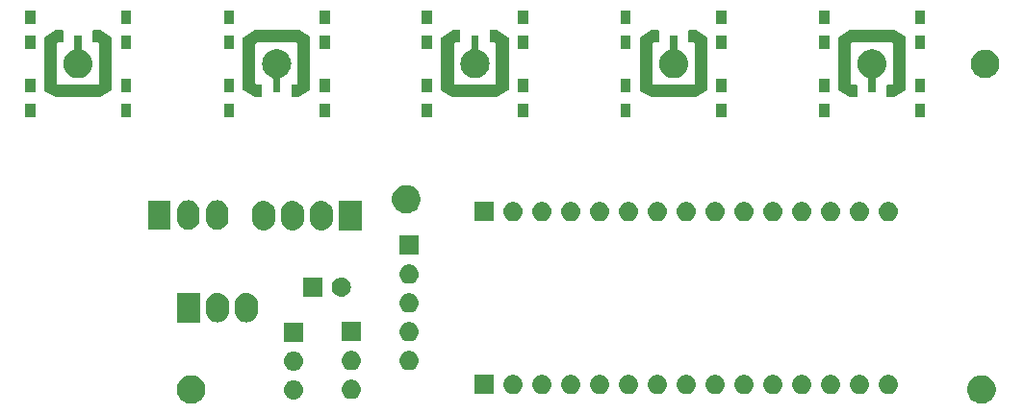
<source format=gbr>
G04 #@! TF.GenerationSoftware,KiCad,Pcbnew,(5.1.4-0-10_14)*
G04 #@! TF.CreationDate,2019-11-16T12:28:40+01:00*
G04 #@! TF.ProjectId,RWR Control Panel,52575220-436f-46e7-9472-6f6c2050616e,-*
G04 #@! TF.SameCoordinates,Original*
G04 #@! TF.FileFunction,Soldermask,Top*
G04 #@! TF.FilePolarity,Negative*
%FSLAX46Y46*%
G04 Gerber Fmt 4.6, Leading zero omitted, Abs format (unit mm)*
G04 Created by KiCad (PCBNEW (5.1.4-0-10_14)) date 2019-11-16 12:28:40*
%MOMM*%
%LPD*%
G04 APERTURE LIST*
%ADD10C,0.100000*%
G04 APERTURE END LIST*
D10*
G36*
X191848860Y-118717786D02*
G01*
X192076345Y-118812014D01*
X192076347Y-118812015D01*
X192281078Y-118948812D01*
X192455188Y-119122922D01*
X192584066Y-119315801D01*
X192591986Y-119327655D01*
X192686214Y-119555140D01*
X192734250Y-119796634D01*
X192734250Y-120042866D01*
X192686214Y-120284360D01*
X192591986Y-120511845D01*
X192591985Y-120511847D01*
X192455188Y-120716578D01*
X192281078Y-120890688D01*
X192076347Y-121027485D01*
X192076346Y-121027486D01*
X192076345Y-121027486D01*
X191848860Y-121121714D01*
X191607366Y-121169750D01*
X191361134Y-121169750D01*
X191119640Y-121121714D01*
X190892155Y-121027486D01*
X190892154Y-121027486D01*
X190892153Y-121027485D01*
X190687422Y-120890688D01*
X190513312Y-120716578D01*
X190376515Y-120511847D01*
X190376514Y-120511845D01*
X190282286Y-120284360D01*
X190234250Y-120042866D01*
X190234250Y-119796634D01*
X190282286Y-119555140D01*
X190376514Y-119327655D01*
X190384435Y-119315801D01*
X190513312Y-119122922D01*
X190687422Y-118948812D01*
X190892153Y-118812015D01*
X190892155Y-118812014D01*
X191119640Y-118717786D01*
X191361134Y-118669750D01*
X191607366Y-118669750D01*
X191848860Y-118717786D01*
X191848860Y-118717786D01*
G37*
G36*
X122316360Y-118717786D02*
G01*
X122543845Y-118812014D01*
X122543847Y-118812015D01*
X122748578Y-118948812D01*
X122922688Y-119122922D01*
X123051566Y-119315801D01*
X123059486Y-119327655D01*
X123153714Y-119555140D01*
X123201750Y-119796634D01*
X123201750Y-120042866D01*
X123153714Y-120284360D01*
X123059486Y-120511845D01*
X123059485Y-120511847D01*
X122922688Y-120716578D01*
X122748578Y-120890688D01*
X122543847Y-121027485D01*
X122543846Y-121027486D01*
X122543845Y-121027486D01*
X122316360Y-121121714D01*
X122074866Y-121169750D01*
X121828634Y-121169750D01*
X121587140Y-121121714D01*
X121359655Y-121027486D01*
X121359654Y-121027486D01*
X121359653Y-121027485D01*
X121154922Y-120890688D01*
X120980812Y-120716578D01*
X120844015Y-120511847D01*
X120844014Y-120511845D01*
X120749786Y-120284360D01*
X120701750Y-120042866D01*
X120701750Y-119796634D01*
X120749786Y-119555140D01*
X120844014Y-119327655D01*
X120851935Y-119315801D01*
X120980812Y-119122922D01*
X121154922Y-118948812D01*
X121359653Y-118812015D01*
X121359655Y-118812014D01*
X121587140Y-118717786D01*
X121828634Y-118669750D01*
X122074866Y-118669750D01*
X122316360Y-118717786D01*
X122316360Y-118717786D01*
G37*
G36*
X131135377Y-119122700D02*
G01*
X131215492Y-119147002D01*
X131295605Y-119171304D01*
X131295607Y-119171305D01*
X131443268Y-119250232D01*
X131572699Y-119356452D01*
X131678919Y-119485883D01*
X131757846Y-119633544D01*
X131757847Y-119633546D01*
X131764227Y-119654579D01*
X131806451Y-119793774D01*
X131822862Y-119960401D01*
X131806451Y-120127028D01*
X131806450Y-120127030D01*
X131760944Y-120277047D01*
X131757846Y-120287258D01*
X131678919Y-120434919D01*
X131572699Y-120564350D01*
X131443268Y-120670570D01*
X131295607Y-120749497D01*
X131295605Y-120749498D01*
X131215492Y-120773800D01*
X131135377Y-120798102D01*
X131010502Y-120810401D01*
X130926998Y-120810401D01*
X130802123Y-120798102D01*
X130722008Y-120773800D01*
X130641895Y-120749498D01*
X130641893Y-120749497D01*
X130494232Y-120670570D01*
X130364801Y-120564350D01*
X130258581Y-120434919D01*
X130179654Y-120287258D01*
X130176557Y-120277047D01*
X130131050Y-120127030D01*
X130131049Y-120127028D01*
X130114638Y-119960401D01*
X130131049Y-119793774D01*
X130173273Y-119654579D01*
X130179653Y-119633546D01*
X130179654Y-119633544D01*
X130258581Y-119485883D01*
X130364801Y-119356452D01*
X130494232Y-119250232D01*
X130641893Y-119171305D01*
X130641895Y-119171304D01*
X130722008Y-119147002D01*
X130802123Y-119122700D01*
X130926998Y-119110401D01*
X131010502Y-119110401D01*
X131135377Y-119122700D01*
X131135377Y-119122700D01*
G37*
G36*
X136215377Y-119082049D02*
G01*
X136295492Y-119106352D01*
X136375605Y-119130653D01*
X136375607Y-119130654D01*
X136523268Y-119209581D01*
X136652699Y-119315801D01*
X136758919Y-119445232D01*
X136837846Y-119592893D01*
X136886451Y-119753123D01*
X136902862Y-119919750D01*
X136886451Y-120086377D01*
X136837846Y-120246607D01*
X136758919Y-120394268D01*
X136652699Y-120523699D01*
X136523268Y-120629919D01*
X136375607Y-120708846D01*
X136375605Y-120708847D01*
X136295492Y-120733149D01*
X136215377Y-120757451D01*
X136090502Y-120769750D01*
X136006998Y-120769750D01*
X135882123Y-120757451D01*
X135802008Y-120733149D01*
X135721895Y-120708847D01*
X135721893Y-120708846D01*
X135574232Y-120629919D01*
X135444801Y-120523699D01*
X135338581Y-120394268D01*
X135259654Y-120246607D01*
X135211049Y-120086377D01*
X135194638Y-119919750D01*
X135211049Y-119753123D01*
X135259654Y-119592893D01*
X135338581Y-119445232D01*
X135444801Y-119315801D01*
X135574232Y-119209581D01*
X135721893Y-119130654D01*
X135721895Y-119130653D01*
X135802008Y-119106352D01*
X135882123Y-119082049D01*
X136006998Y-119069750D01*
X136090502Y-119069750D01*
X136215377Y-119082049D01*
X136215377Y-119082049D01*
G37*
G36*
X173299377Y-118650249D02*
G01*
X173363663Y-118669750D01*
X173459605Y-118698853D01*
X173459607Y-118698854D01*
X173607268Y-118777781D01*
X173736699Y-118884001D01*
X173842919Y-119013432D01*
X173879596Y-119082049D01*
X173921847Y-119161095D01*
X173924944Y-119171305D01*
X173970451Y-119321323D01*
X173986862Y-119487950D01*
X173970451Y-119654577D01*
X173970450Y-119654579D01*
X173928227Y-119793774D01*
X173921846Y-119814807D01*
X173842919Y-119962468D01*
X173736699Y-120091899D01*
X173607268Y-120198119D01*
X173516554Y-120246607D01*
X173459605Y-120277047D01*
X173379492Y-120301348D01*
X173299377Y-120325651D01*
X173174502Y-120337950D01*
X173090998Y-120337950D01*
X172966123Y-120325651D01*
X172886008Y-120301348D01*
X172805895Y-120277047D01*
X172748946Y-120246607D01*
X172658232Y-120198119D01*
X172528801Y-120091899D01*
X172422581Y-119962468D01*
X172343654Y-119814807D01*
X172337274Y-119793774D01*
X172295050Y-119654579D01*
X172295049Y-119654577D01*
X172278638Y-119487950D01*
X172295049Y-119321323D01*
X172340556Y-119171305D01*
X172343653Y-119161095D01*
X172385904Y-119082049D01*
X172422581Y-119013432D01*
X172528801Y-118884001D01*
X172658232Y-118777781D01*
X172805893Y-118698854D01*
X172805895Y-118698853D01*
X172901837Y-118669750D01*
X172966123Y-118650249D01*
X173090998Y-118637950D01*
X173174502Y-118637950D01*
X173299377Y-118650249D01*
X173299377Y-118650249D01*
G37*
G36*
X170759377Y-118650249D02*
G01*
X170823663Y-118669750D01*
X170919605Y-118698853D01*
X170919607Y-118698854D01*
X171067268Y-118777781D01*
X171196699Y-118884001D01*
X171302919Y-119013432D01*
X171339596Y-119082049D01*
X171381847Y-119161095D01*
X171384944Y-119171305D01*
X171430451Y-119321323D01*
X171446862Y-119487950D01*
X171430451Y-119654577D01*
X171430450Y-119654579D01*
X171388227Y-119793774D01*
X171381846Y-119814807D01*
X171302919Y-119962468D01*
X171196699Y-120091899D01*
X171067268Y-120198119D01*
X170976554Y-120246607D01*
X170919605Y-120277047D01*
X170839492Y-120301348D01*
X170759377Y-120325651D01*
X170634502Y-120337950D01*
X170550998Y-120337950D01*
X170426123Y-120325651D01*
X170346008Y-120301348D01*
X170265895Y-120277047D01*
X170208946Y-120246607D01*
X170118232Y-120198119D01*
X169988801Y-120091899D01*
X169882581Y-119962468D01*
X169803654Y-119814807D01*
X169797274Y-119793774D01*
X169755050Y-119654579D01*
X169755049Y-119654577D01*
X169738638Y-119487950D01*
X169755049Y-119321323D01*
X169800556Y-119171305D01*
X169803653Y-119161095D01*
X169845904Y-119082049D01*
X169882581Y-119013432D01*
X169988801Y-118884001D01*
X170118232Y-118777781D01*
X170265893Y-118698854D01*
X170265895Y-118698853D01*
X170361837Y-118669750D01*
X170426123Y-118650249D01*
X170550998Y-118637950D01*
X170634502Y-118637950D01*
X170759377Y-118650249D01*
X170759377Y-118650249D01*
G37*
G36*
X168219377Y-118650249D02*
G01*
X168283663Y-118669750D01*
X168379605Y-118698853D01*
X168379607Y-118698854D01*
X168527268Y-118777781D01*
X168656699Y-118884001D01*
X168762919Y-119013432D01*
X168799596Y-119082049D01*
X168841847Y-119161095D01*
X168844944Y-119171305D01*
X168890451Y-119321323D01*
X168906862Y-119487950D01*
X168890451Y-119654577D01*
X168890450Y-119654579D01*
X168848227Y-119793774D01*
X168841846Y-119814807D01*
X168762919Y-119962468D01*
X168656699Y-120091899D01*
X168527268Y-120198119D01*
X168436554Y-120246607D01*
X168379605Y-120277047D01*
X168299492Y-120301348D01*
X168219377Y-120325651D01*
X168094502Y-120337950D01*
X168010998Y-120337950D01*
X167886123Y-120325651D01*
X167806008Y-120301348D01*
X167725895Y-120277047D01*
X167668946Y-120246607D01*
X167578232Y-120198119D01*
X167448801Y-120091899D01*
X167342581Y-119962468D01*
X167263654Y-119814807D01*
X167257274Y-119793774D01*
X167215050Y-119654579D01*
X167215049Y-119654577D01*
X167198638Y-119487950D01*
X167215049Y-119321323D01*
X167260556Y-119171305D01*
X167263653Y-119161095D01*
X167305904Y-119082049D01*
X167342581Y-119013432D01*
X167448801Y-118884001D01*
X167578232Y-118777781D01*
X167725893Y-118698854D01*
X167725895Y-118698853D01*
X167821837Y-118669750D01*
X167886123Y-118650249D01*
X168010998Y-118637950D01*
X168094502Y-118637950D01*
X168219377Y-118650249D01*
X168219377Y-118650249D01*
G37*
G36*
X165679377Y-118650249D02*
G01*
X165743663Y-118669750D01*
X165839605Y-118698853D01*
X165839607Y-118698854D01*
X165987268Y-118777781D01*
X166116699Y-118884001D01*
X166222919Y-119013432D01*
X166259596Y-119082049D01*
X166301847Y-119161095D01*
X166304944Y-119171305D01*
X166350451Y-119321323D01*
X166366862Y-119487950D01*
X166350451Y-119654577D01*
X166350450Y-119654579D01*
X166308227Y-119793774D01*
X166301846Y-119814807D01*
X166222919Y-119962468D01*
X166116699Y-120091899D01*
X165987268Y-120198119D01*
X165896554Y-120246607D01*
X165839605Y-120277047D01*
X165759492Y-120301348D01*
X165679377Y-120325651D01*
X165554502Y-120337950D01*
X165470998Y-120337950D01*
X165346123Y-120325651D01*
X165266008Y-120301348D01*
X165185895Y-120277047D01*
X165128946Y-120246607D01*
X165038232Y-120198119D01*
X164908801Y-120091899D01*
X164802581Y-119962468D01*
X164723654Y-119814807D01*
X164717274Y-119793774D01*
X164675050Y-119654579D01*
X164675049Y-119654577D01*
X164658638Y-119487950D01*
X164675049Y-119321323D01*
X164720556Y-119171305D01*
X164723653Y-119161095D01*
X164765904Y-119082049D01*
X164802581Y-119013432D01*
X164908801Y-118884001D01*
X165038232Y-118777781D01*
X165185893Y-118698854D01*
X165185895Y-118698853D01*
X165281837Y-118669750D01*
X165346123Y-118650249D01*
X165470998Y-118637950D01*
X165554502Y-118637950D01*
X165679377Y-118650249D01*
X165679377Y-118650249D01*
G37*
G36*
X163139377Y-118650249D02*
G01*
X163203663Y-118669750D01*
X163299605Y-118698853D01*
X163299607Y-118698854D01*
X163447268Y-118777781D01*
X163576699Y-118884001D01*
X163682919Y-119013432D01*
X163719596Y-119082049D01*
X163761847Y-119161095D01*
X163764944Y-119171305D01*
X163810451Y-119321323D01*
X163826862Y-119487950D01*
X163810451Y-119654577D01*
X163810450Y-119654579D01*
X163768227Y-119793774D01*
X163761846Y-119814807D01*
X163682919Y-119962468D01*
X163576699Y-120091899D01*
X163447268Y-120198119D01*
X163356554Y-120246607D01*
X163299605Y-120277047D01*
X163219492Y-120301348D01*
X163139377Y-120325651D01*
X163014502Y-120337950D01*
X162930998Y-120337950D01*
X162806123Y-120325651D01*
X162726008Y-120301348D01*
X162645895Y-120277047D01*
X162588946Y-120246607D01*
X162498232Y-120198119D01*
X162368801Y-120091899D01*
X162262581Y-119962468D01*
X162183654Y-119814807D01*
X162177274Y-119793774D01*
X162135050Y-119654579D01*
X162135049Y-119654577D01*
X162118638Y-119487950D01*
X162135049Y-119321323D01*
X162180556Y-119171305D01*
X162183653Y-119161095D01*
X162225904Y-119082049D01*
X162262581Y-119013432D01*
X162368801Y-118884001D01*
X162498232Y-118777781D01*
X162645893Y-118698854D01*
X162645895Y-118698853D01*
X162741837Y-118669750D01*
X162806123Y-118650249D01*
X162930998Y-118637950D01*
X163014502Y-118637950D01*
X163139377Y-118650249D01*
X163139377Y-118650249D01*
G37*
G36*
X160599377Y-118650249D02*
G01*
X160663663Y-118669750D01*
X160759605Y-118698853D01*
X160759607Y-118698854D01*
X160907268Y-118777781D01*
X161036699Y-118884001D01*
X161142919Y-119013432D01*
X161179596Y-119082049D01*
X161221847Y-119161095D01*
X161224944Y-119171305D01*
X161270451Y-119321323D01*
X161286862Y-119487950D01*
X161270451Y-119654577D01*
X161270450Y-119654579D01*
X161228227Y-119793774D01*
X161221846Y-119814807D01*
X161142919Y-119962468D01*
X161036699Y-120091899D01*
X160907268Y-120198119D01*
X160816554Y-120246607D01*
X160759605Y-120277047D01*
X160679492Y-120301348D01*
X160599377Y-120325651D01*
X160474502Y-120337950D01*
X160390998Y-120337950D01*
X160266123Y-120325651D01*
X160186008Y-120301348D01*
X160105895Y-120277047D01*
X160048946Y-120246607D01*
X159958232Y-120198119D01*
X159828801Y-120091899D01*
X159722581Y-119962468D01*
X159643654Y-119814807D01*
X159637274Y-119793774D01*
X159595050Y-119654579D01*
X159595049Y-119654577D01*
X159578638Y-119487950D01*
X159595049Y-119321323D01*
X159640556Y-119171305D01*
X159643653Y-119161095D01*
X159685904Y-119082049D01*
X159722581Y-119013432D01*
X159828801Y-118884001D01*
X159958232Y-118777781D01*
X160105893Y-118698854D01*
X160105895Y-118698853D01*
X160201837Y-118669750D01*
X160266123Y-118650249D01*
X160390998Y-118637950D01*
X160474502Y-118637950D01*
X160599377Y-118650249D01*
X160599377Y-118650249D01*
G37*
G36*
X158059377Y-118650249D02*
G01*
X158123663Y-118669750D01*
X158219605Y-118698853D01*
X158219607Y-118698854D01*
X158367268Y-118777781D01*
X158496699Y-118884001D01*
X158602919Y-119013432D01*
X158639596Y-119082049D01*
X158681847Y-119161095D01*
X158684944Y-119171305D01*
X158730451Y-119321323D01*
X158746862Y-119487950D01*
X158730451Y-119654577D01*
X158730450Y-119654579D01*
X158688227Y-119793774D01*
X158681846Y-119814807D01*
X158602919Y-119962468D01*
X158496699Y-120091899D01*
X158367268Y-120198119D01*
X158276554Y-120246607D01*
X158219605Y-120277047D01*
X158139492Y-120301348D01*
X158059377Y-120325651D01*
X157934502Y-120337950D01*
X157850998Y-120337950D01*
X157726123Y-120325651D01*
X157646008Y-120301348D01*
X157565895Y-120277047D01*
X157508946Y-120246607D01*
X157418232Y-120198119D01*
X157288801Y-120091899D01*
X157182581Y-119962468D01*
X157103654Y-119814807D01*
X157097274Y-119793774D01*
X157055050Y-119654579D01*
X157055049Y-119654577D01*
X157038638Y-119487950D01*
X157055049Y-119321323D01*
X157100556Y-119171305D01*
X157103653Y-119161095D01*
X157145904Y-119082049D01*
X157182581Y-119013432D01*
X157288801Y-118884001D01*
X157418232Y-118777781D01*
X157565893Y-118698854D01*
X157565895Y-118698853D01*
X157661837Y-118669750D01*
X157726123Y-118650249D01*
X157850998Y-118637950D01*
X157934502Y-118637950D01*
X158059377Y-118650249D01*
X158059377Y-118650249D01*
G37*
G36*
X155519377Y-118650249D02*
G01*
X155583663Y-118669750D01*
X155679605Y-118698853D01*
X155679607Y-118698854D01*
X155827268Y-118777781D01*
X155956699Y-118884001D01*
X156062919Y-119013432D01*
X156099596Y-119082049D01*
X156141847Y-119161095D01*
X156144944Y-119171305D01*
X156190451Y-119321323D01*
X156206862Y-119487950D01*
X156190451Y-119654577D01*
X156190450Y-119654579D01*
X156148227Y-119793774D01*
X156141846Y-119814807D01*
X156062919Y-119962468D01*
X155956699Y-120091899D01*
X155827268Y-120198119D01*
X155736554Y-120246607D01*
X155679605Y-120277047D01*
X155599492Y-120301348D01*
X155519377Y-120325651D01*
X155394502Y-120337950D01*
X155310998Y-120337950D01*
X155186123Y-120325651D01*
X155106008Y-120301348D01*
X155025895Y-120277047D01*
X154968946Y-120246607D01*
X154878232Y-120198119D01*
X154748801Y-120091899D01*
X154642581Y-119962468D01*
X154563654Y-119814807D01*
X154557274Y-119793774D01*
X154515050Y-119654579D01*
X154515049Y-119654577D01*
X154498638Y-119487950D01*
X154515049Y-119321323D01*
X154560556Y-119171305D01*
X154563653Y-119161095D01*
X154605904Y-119082049D01*
X154642581Y-119013432D01*
X154748801Y-118884001D01*
X154878232Y-118777781D01*
X155025893Y-118698854D01*
X155025895Y-118698853D01*
X155121837Y-118669750D01*
X155186123Y-118650249D01*
X155310998Y-118637950D01*
X155394502Y-118637950D01*
X155519377Y-118650249D01*
X155519377Y-118650249D01*
G37*
G36*
X152979377Y-118650249D02*
G01*
X153043663Y-118669750D01*
X153139605Y-118698853D01*
X153139607Y-118698854D01*
X153287268Y-118777781D01*
X153416699Y-118884001D01*
X153522919Y-119013432D01*
X153559596Y-119082049D01*
X153601847Y-119161095D01*
X153604944Y-119171305D01*
X153650451Y-119321323D01*
X153666862Y-119487950D01*
X153650451Y-119654577D01*
X153650450Y-119654579D01*
X153608227Y-119793774D01*
X153601846Y-119814807D01*
X153522919Y-119962468D01*
X153416699Y-120091899D01*
X153287268Y-120198119D01*
X153196554Y-120246607D01*
X153139605Y-120277047D01*
X153059492Y-120301348D01*
X152979377Y-120325651D01*
X152854502Y-120337950D01*
X152770998Y-120337950D01*
X152646123Y-120325651D01*
X152566008Y-120301348D01*
X152485895Y-120277047D01*
X152428946Y-120246607D01*
X152338232Y-120198119D01*
X152208801Y-120091899D01*
X152102581Y-119962468D01*
X152023654Y-119814807D01*
X152017274Y-119793774D01*
X151975050Y-119654579D01*
X151975049Y-119654577D01*
X151958638Y-119487950D01*
X151975049Y-119321323D01*
X152020556Y-119171305D01*
X152023653Y-119161095D01*
X152065904Y-119082049D01*
X152102581Y-119013432D01*
X152208801Y-118884001D01*
X152338232Y-118777781D01*
X152485893Y-118698854D01*
X152485895Y-118698853D01*
X152581837Y-118669750D01*
X152646123Y-118650249D01*
X152770998Y-118637950D01*
X152854502Y-118637950D01*
X152979377Y-118650249D01*
X152979377Y-118650249D01*
G37*
G36*
X150439377Y-118650249D02*
G01*
X150503663Y-118669750D01*
X150599605Y-118698853D01*
X150599607Y-118698854D01*
X150747268Y-118777781D01*
X150876699Y-118884001D01*
X150982919Y-119013432D01*
X151019596Y-119082049D01*
X151061847Y-119161095D01*
X151064944Y-119171305D01*
X151110451Y-119321323D01*
X151126862Y-119487950D01*
X151110451Y-119654577D01*
X151110450Y-119654579D01*
X151068227Y-119793774D01*
X151061846Y-119814807D01*
X150982919Y-119962468D01*
X150876699Y-120091899D01*
X150747268Y-120198119D01*
X150656554Y-120246607D01*
X150599605Y-120277047D01*
X150519492Y-120301348D01*
X150439377Y-120325651D01*
X150314502Y-120337950D01*
X150230998Y-120337950D01*
X150106123Y-120325651D01*
X150026008Y-120301348D01*
X149945895Y-120277047D01*
X149888946Y-120246607D01*
X149798232Y-120198119D01*
X149668801Y-120091899D01*
X149562581Y-119962468D01*
X149483654Y-119814807D01*
X149477274Y-119793774D01*
X149435050Y-119654579D01*
X149435049Y-119654577D01*
X149418638Y-119487950D01*
X149435049Y-119321323D01*
X149480556Y-119171305D01*
X149483653Y-119161095D01*
X149525904Y-119082049D01*
X149562581Y-119013432D01*
X149668801Y-118884001D01*
X149798232Y-118777781D01*
X149945893Y-118698854D01*
X149945895Y-118698853D01*
X150041837Y-118669750D01*
X150106123Y-118650249D01*
X150230998Y-118637950D01*
X150314502Y-118637950D01*
X150439377Y-118650249D01*
X150439377Y-118650249D01*
G37*
G36*
X148582750Y-120337950D02*
G01*
X146882750Y-120337950D01*
X146882750Y-118637950D01*
X148582750Y-118637950D01*
X148582750Y-120337950D01*
X148582750Y-120337950D01*
G37*
G36*
X183459377Y-118650249D02*
G01*
X183523663Y-118669750D01*
X183619605Y-118698853D01*
X183619607Y-118698854D01*
X183767268Y-118777781D01*
X183896699Y-118884001D01*
X184002919Y-119013432D01*
X184039596Y-119082049D01*
X184081847Y-119161095D01*
X184084944Y-119171305D01*
X184130451Y-119321323D01*
X184146862Y-119487950D01*
X184130451Y-119654577D01*
X184130450Y-119654579D01*
X184088227Y-119793774D01*
X184081846Y-119814807D01*
X184002919Y-119962468D01*
X183896699Y-120091899D01*
X183767268Y-120198119D01*
X183676554Y-120246607D01*
X183619605Y-120277047D01*
X183539492Y-120301348D01*
X183459377Y-120325651D01*
X183334502Y-120337950D01*
X183250998Y-120337950D01*
X183126123Y-120325651D01*
X183046008Y-120301348D01*
X182965895Y-120277047D01*
X182908946Y-120246607D01*
X182818232Y-120198119D01*
X182688801Y-120091899D01*
X182582581Y-119962468D01*
X182503654Y-119814807D01*
X182497274Y-119793774D01*
X182455050Y-119654579D01*
X182455049Y-119654577D01*
X182438638Y-119487950D01*
X182455049Y-119321323D01*
X182500556Y-119171305D01*
X182503653Y-119161095D01*
X182545904Y-119082049D01*
X182582581Y-119013432D01*
X182688801Y-118884001D01*
X182818232Y-118777781D01*
X182965893Y-118698854D01*
X182965895Y-118698853D01*
X183061837Y-118669750D01*
X183126123Y-118650249D01*
X183250998Y-118637950D01*
X183334502Y-118637950D01*
X183459377Y-118650249D01*
X183459377Y-118650249D01*
G37*
G36*
X180919377Y-118650249D02*
G01*
X180983663Y-118669750D01*
X181079605Y-118698853D01*
X181079607Y-118698854D01*
X181227268Y-118777781D01*
X181356699Y-118884001D01*
X181462919Y-119013432D01*
X181499596Y-119082049D01*
X181541847Y-119161095D01*
X181544944Y-119171305D01*
X181590451Y-119321323D01*
X181606862Y-119487950D01*
X181590451Y-119654577D01*
X181590450Y-119654579D01*
X181548227Y-119793774D01*
X181541846Y-119814807D01*
X181462919Y-119962468D01*
X181356699Y-120091899D01*
X181227268Y-120198119D01*
X181136554Y-120246607D01*
X181079605Y-120277047D01*
X180999492Y-120301348D01*
X180919377Y-120325651D01*
X180794502Y-120337950D01*
X180710998Y-120337950D01*
X180586123Y-120325651D01*
X180506008Y-120301348D01*
X180425895Y-120277047D01*
X180368946Y-120246607D01*
X180278232Y-120198119D01*
X180148801Y-120091899D01*
X180042581Y-119962468D01*
X179963654Y-119814807D01*
X179957274Y-119793774D01*
X179915050Y-119654579D01*
X179915049Y-119654577D01*
X179898638Y-119487950D01*
X179915049Y-119321323D01*
X179960556Y-119171305D01*
X179963653Y-119161095D01*
X180005904Y-119082049D01*
X180042581Y-119013432D01*
X180148801Y-118884001D01*
X180278232Y-118777781D01*
X180425893Y-118698854D01*
X180425895Y-118698853D01*
X180521837Y-118669750D01*
X180586123Y-118650249D01*
X180710998Y-118637950D01*
X180794502Y-118637950D01*
X180919377Y-118650249D01*
X180919377Y-118650249D01*
G37*
G36*
X178379377Y-118650249D02*
G01*
X178443663Y-118669750D01*
X178539605Y-118698853D01*
X178539607Y-118698854D01*
X178687268Y-118777781D01*
X178816699Y-118884001D01*
X178922919Y-119013432D01*
X178959596Y-119082049D01*
X179001847Y-119161095D01*
X179004944Y-119171305D01*
X179050451Y-119321323D01*
X179066862Y-119487950D01*
X179050451Y-119654577D01*
X179050450Y-119654579D01*
X179008227Y-119793774D01*
X179001846Y-119814807D01*
X178922919Y-119962468D01*
X178816699Y-120091899D01*
X178687268Y-120198119D01*
X178596554Y-120246607D01*
X178539605Y-120277047D01*
X178459492Y-120301348D01*
X178379377Y-120325651D01*
X178254502Y-120337950D01*
X178170998Y-120337950D01*
X178046123Y-120325651D01*
X177966008Y-120301348D01*
X177885895Y-120277047D01*
X177828946Y-120246607D01*
X177738232Y-120198119D01*
X177608801Y-120091899D01*
X177502581Y-119962468D01*
X177423654Y-119814807D01*
X177417274Y-119793774D01*
X177375050Y-119654579D01*
X177375049Y-119654577D01*
X177358638Y-119487950D01*
X177375049Y-119321323D01*
X177420556Y-119171305D01*
X177423653Y-119161095D01*
X177465904Y-119082049D01*
X177502581Y-119013432D01*
X177608801Y-118884001D01*
X177738232Y-118777781D01*
X177885893Y-118698854D01*
X177885895Y-118698853D01*
X177981837Y-118669750D01*
X178046123Y-118650249D01*
X178170998Y-118637950D01*
X178254502Y-118637950D01*
X178379377Y-118650249D01*
X178379377Y-118650249D01*
G37*
G36*
X175839377Y-118650249D02*
G01*
X175903663Y-118669750D01*
X175999605Y-118698853D01*
X175999607Y-118698854D01*
X176147268Y-118777781D01*
X176276699Y-118884001D01*
X176382919Y-119013432D01*
X176419596Y-119082049D01*
X176461847Y-119161095D01*
X176464944Y-119171305D01*
X176510451Y-119321323D01*
X176526862Y-119487950D01*
X176510451Y-119654577D01*
X176510450Y-119654579D01*
X176468227Y-119793774D01*
X176461846Y-119814807D01*
X176382919Y-119962468D01*
X176276699Y-120091899D01*
X176147268Y-120198119D01*
X176056554Y-120246607D01*
X175999605Y-120277047D01*
X175919492Y-120301348D01*
X175839377Y-120325651D01*
X175714502Y-120337950D01*
X175630998Y-120337950D01*
X175506123Y-120325651D01*
X175426008Y-120301348D01*
X175345895Y-120277047D01*
X175288946Y-120246607D01*
X175198232Y-120198119D01*
X175068801Y-120091899D01*
X174962581Y-119962468D01*
X174883654Y-119814807D01*
X174877274Y-119793774D01*
X174835050Y-119654579D01*
X174835049Y-119654577D01*
X174818638Y-119487950D01*
X174835049Y-119321323D01*
X174880556Y-119171305D01*
X174883653Y-119161095D01*
X174925904Y-119082049D01*
X174962581Y-119013432D01*
X175068801Y-118884001D01*
X175198232Y-118777781D01*
X175345893Y-118698854D01*
X175345895Y-118698853D01*
X175441837Y-118669750D01*
X175506123Y-118650249D01*
X175630998Y-118637950D01*
X175714502Y-118637950D01*
X175839377Y-118650249D01*
X175839377Y-118650249D01*
G37*
G36*
X131135377Y-116582700D02*
G01*
X131215492Y-116607002D01*
X131295605Y-116631304D01*
X131295607Y-116631305D01*
X131443268Y-116710232D01*
X131572699Y-116816452D01*
X131678919Y-116945883D01*
X131757846Y-117093544D01*
X131806451Y-117253774D01*
X131822862Y-117420401D01*
X131806451Y-117587028D01*
X131757846Y-117747258D01*
X131678919Y-117894919D01*
X131572699Y-118024350D01*
X131443268Y-118130570D01*
X131371659Y-118168846D01*
X131295605Y-118209498D01*
X131215492Y-118233799D01*
X131135377Y-118258102D01*
X131010502Y-118270401D01*
X130926998Y-118270401D01*
X130802123Y-118258102D01*
X130722008Y-118233799D01*
X130641895Y-118209498D01*
X130565841Y-118168846D01*
X130494232Y-118130570D01*
X130364801Y-118024350D01*
X130258581Y-117894919D01*
X130179654Y-117747258D01*
X130131049Y-117587028D01*
X130114638Y-117420401D01*
X130131049Y-117253774D01*
X130179654Y-117093544D01*
X130258581Y-116945883D01*
X130364801Y-116816452D01*
X130494232Y-116710232D01*
X130641893Y-116631305D01*
X130641895Y-116631304D01*
X130722008Y-116607002D01*
X130802123Y-116582700D01*
X130926998Y-116570401D01*
X131010502Y-116570401D01*
X131135377Y-116582700D01*
X131135377Y-116582700D01*
G37*
G36*
X141295377Y-116542049D02*
G01*
X141375492Y-116566351D01*
X141455605Y-116590653D01*
X141455607Y-116590654D01*
X141603268Y-116669581D01*
X141732699Y-116775801D01*
X141838919Y-116905232D01*
X141917846Y-117052893D01*
X141966451Y-117213123D01*
X141982862Y-117379750D01*
X141966451Y-117546377D01*
X141917846Y-117706607D01*
X141838919Y-117854268D01*
X141732699Y-117983699D01*
X141603268Y-118089919D01*
X141455607Y-118168846D01*
X141455605Y-118168847D01*
X141375492Y-118193148D01*
X141295377Y-118217451D01*
X141170502Y-118229750D01*
X141086998Y-118229750D01*
X140962123Y-118217451D01*
X140882008Y-118193148D01*
X140801895Y-118168847D01*
X140801893Y-118168846D01*
X140654232Y-118089919D01*
X140524801Y-117983699D01*
X140418581Y-117854268D01*
X140339654Y-117706607D01*
X140291049Y-117546377D01*
X140274638Y-117379750D01*
X140291049Y-117213123D01*
X140339654Y-117052893D01*
X140418581Y-116905232D01*
X140524801Y-116775801D01*
X140654232Y-116669581D01*
X140801893Y-116590654D01*
X140801895Y-116590653D01*
X140882008Y-116566351D01*
X140962123Y-116542049D01*
X141086998Y-116529750D01*
X141170502Y-116529750D01*
X141295377Y-116542049D01*
X141295377Y-116542049D01*
G37*
G36*
X136215377Y-116542049D02*
G01*
X136295492Y-116566351D01*
X136375605Y-116590653D01*
X136375607Y-116590654D01*
X136523268Y-116669581D01*
X136652699Y-116775801D01*
X136758919Y-116905232D01*
X136837846Y-117052893D01*
X136886451Y-117213123D01*
X136902862Y-117379750D01*
X136886451Y-117546377D01*
X136837846Y-117706607D01*
X136758919Y-117854268D01*
X136652699Y-117983699D01*
X136523268Y-118089919D01*
X136375607Y-118168846D01*
X136375605Y-118168847D01*
X136295492Y-118193148D01*
X136215377Y-118217451D01*
X136090502Y-118229750D01*
X136006998Y-118229750D01*
X135882123Y-118217451D01*
X135802008Y-118193148D01*
X135721895Y-118168847D01*
X135721893Y-118168846D01*
X135574232Y-118089919D01*
X135444801Y-117983699D01*
X135338581Y-117854268D01*
X135259654Y-117706607D01*
X135211049Y-117546377D01*
X135194638Y-117379750D01*
X135211049Y-117213123D01*
X135259654Y-117052893D01*
X135338581Y-116905232D01*
X135444801Y-116775801D01*
X135574232Y-116669581D01*
X135721893Y-116590654D01*
X135721895Y-116590653D01*
X135802008Y-116566351D01*
X135882123Y-116542049D01*
X136006998Y-116529750D01*
X136090502Y-116529750D01*
X136215377Y-116542049D01*
X136215377Y-116542049D01*
G37*
G36*
X131818750Y-115730401D02*
G01*
X130118750Y-115730401D01*
X130118750Y-114030401D01*
X131818750Y-114030401D01*
X131818750Y-115730401D01*
X131818750Y-115730401D01*
G37*
G36*
X136898750Y-115689750D02*
G01*
X135198750Y-115689750D01*
X135198750Y-113989750D01*
X136898750Y-113989750D01*
X136898750Y-115689750D01*
X136898750Y-115689750D01*
G37*
G36*
X141295377Y-114002049D02*
G01*
X141375492Y-114026352D01*
X141455605Y-114050653D01*
X141455607Y-114050654D01*
X141603268Y-114129581D01*
X141732699Y-114235801D01*
X141838919Y-114365232D01*
X141917846Y-114512893D01*
X141966451Y-114673123D01*
X141982862Y-114839750D01*
X141966451Y-115006377D01*
X141917846Y-115166607D01*
X141838919Y-115314268D01*
X141732699Y-115443699D01*
X141603268Y-115549919D01*
X141455607Y-115628846D01*
X141455605Y-115628847D01*
X141375492Y-115653148D01*
X141295377Y-115677451D01*
X141170502Y-115689750D01*
X141086998Y-115689750D01*
X140962123Y-115677451D01*
X140882008Y-115653148D01*
X140801895Y-115628847D01*
X140801893Y-115628846D01*
X140654232Y-115549919D01*
X140524801Y-115443699D01*
X140418581Y-115314268D01*
X140339654Y-115166607D01*
X140291049Y-115006377D01*
X140274638Y-114839750D01*
X140291049Y-114673123D01*
X140339654Y-114512893D01*
X140418581Y-114365232D01*
X140524801Y-114235801D01*
X140654232Y-114129581D01*
X140801893Y-114050654D01*
X140801895Y-114050653D01*
X140882008Y-114026352D01*
X140962123Y-114002049D01*
X141086998Y-113989750D01*
X141170502Y-113989750D01*
X141295377Y-114002049D01*
X141295377Y-114002049D01*
G37*
G36*
X126999181Y-111420619D02*
G01*
X127093434Y-111449211D01*
X127187684Y-111477801D01*
X127187686Y-111477802D01*
X127361408Y-111570657D01*
X127513678Y-111695622D01*
X127638643Y-111847892D01*
X127731498Y-112021613D01*
X127788681Y-112210118D01*
X127803150Y-112357026D01*
X127803150Y-113055273D01*
X127788681Y-113202181D01*
X127768047Y-113270202D01*
X127731499Y-113390685D01*
X127731498Y-113390686D01*
X127638643Y-113564408D01*
X127513678Y-113716678D01*
X127361408Y-113841643D01*
X127187687Y-113934498D01*
X127187685Y-113934499D01*
X127093434Y-113963090D01*
X126999182Y-113991681D01*
X126803150Y-114010988D01*
X126607119Y-113991681D01*
X126512867Y-113963090D01*
X126418616Y-113934499D01*
X126418614Y-113934498D01*
X126244893Y-113841643D01*
X126092623Y-113716678D01*
X125967658Y-113564408D01*
X125874801Y-113390684D01*
X125817619Y-113202185D01*
X125803150Y-113055274D01*
X125803150Y-112357027D01*
X125817619Y-112210119D01*
X125874802Y-112021614D01*
X125967657Y-111847892D01*
X126092622Y-111695622D01*
X126244892Y-111570657D01*
X126418613Y-111477802D01*
X126418615Y-111477801D01*
X126512865Y-111449211D01*
X126607118Y-111420619D01*
X126803150Y-111401312D01*
X126999181Y-111420619D01*
X126999181Y-111420619D01*
G37*
G36*
X124459181Y-111420619D02*
G01*
X124553434Y-111449211D01*
X124647684Y-111477801D01*
X124647686Y-111477802D01*
X124821408Y-111570657D01*
X124973678Y-111695622D01*
X125098643Y-111847892D01*
X125191498Y-112021613D01*
X125248681Y-112210118D01*
X125263150Y-112357026D01*
X125263150Y-113055273D01*
X125248681Y-113202181D01*
X125228047Y-113270202D01*
X125191499Y-113390685D01*
X125191498Y-113390686D01*
X125098643Y-113564408D01*
X124973678Y-113716678D01*
X124821408Y-113841643D01*
X124647687Y-113934498D01*
X124647685Y-113934499D01*
X124553434Y-113963090D01*
X124459182Y-113991681D01*
X124263150Y-114010988D01*
X124067119Y-113991681D01*
X123972867Y-113963090D01*
X123878616Y-113934499D01*
X123878614Y-113934498D01*
X123704893Y-113841643D01*
X123552623Y-113716678D01*
X123427658Y-113564408D01*
X123334801Y-113390684D01*
X123277619Y-113202185D01*
X123263150Y-113055274D01*
X123263150Y-112357027D01*
X123277619Y-112210119D01*
X123334802Y-112021614D01*
X123427657Y-111847892D01*
X123552622Y-111695622D01*
X123704892Y-111570657D01*
X123878613Y-111477802D01*
X123878615Y-111477801D01*
X123972865Y-111449211D01*
X124067118Y-111420619D01*
X124263150Y-111401312D01*
X124459181Y-111420619D01*
X124459181Y-111420619D01*
G37*
G36*
X122723150Y-114006150D02*
G01*
X120723150Y-114006150D01*
X120723150Y-111406150D01*
X122723150Y-111406150D01*
X122723150Y-114006150D01*
X122723150Y-114006150D01*
G37*
G36*
X141295377Y-111462049D02*
G01*
X141375492Y-111486352D01*
X141455605Y-111510653D01*
X141455607Y-111510654D01*
X141603268Y-111589581D01*
X141732699Y-111695801D01*
X141838919Y-111825232D01*
X141917846Y-111972893D01*
X141966451Y-112133123D01*
X141982862Y-112299750D01*
X141966451Y-112466377D01*
X141917846Y-112626607D01*
X141838919Y-112774268D01*
X141732699Y-112903699D01*
X141603268Y-113009919D01*
X141518417Y-113055273D01*
X141455605Y-113088847D01*
X141375492Y-113113148D01*
X141295377Y-113137451D01*
X141170502Y-113149750D01*
X141086998Y-113149750D01*
X140962123Y-113137451D01*
X140882008Y-113113148D01*
X140801895Y-113088847D01*
X140739083Y-113055273D01*
X140654232Y-113009919D01*
X140524801Y-112903699D01*
X140418581Y-112774268D01*
X140339654Y-112626607D01*
X140291049Y-112466377D01*
X140274638Y-112299750D01*
X140291049Y-112133123D01*
X140339654Y-111972893D01*
X140418581Y-111825232D01*
X140524801Y-111695801D01*
X140654232Y-111589581D01*
X140801893Y-111510654D01*
X140801895Y-111510653D01*
X140882008Y-111486352D01*
X140962123Y-111462049D01*
X141086998Y-111449750D01*
X141170502Y-111449750D01*
X141295377Y-111462049D01*
X141295377Y-111462049D01*
G37*
G36*
X133469750Y-111752750D02*
G01*
X131769750Y-111752750D01*
X131769750Y-110052750D01*
X133469750Y-110052750D01*
X133469750Y-111752750D01*
X133469750Y-111752750D01*
G37*
G36*
X135326377Y-110065049D02*
G01*
X135406492Y-110089351D01*
X135486605Y-110113653D01*
X135486607Y-110113654D01*
X135634268Y-110192581D01*
X135763699Y-110298801D01*
X135869919Y-110428232D01*
X135948846Y-110575893D01*
X135948847Y-110575895D01*
X135973149Y-110656008D01*
X135997451Y-110736123D01*
X136013862Y-110902750D01*
X135997451Y-111069377D01*
X135948846Y-111229607D01*
X135869919Y-111377268D01*
X135763699Y-111506699D01*
X135634268Y-111612919D01*
X135486607Y-111691846D01*
X135486605Y-111691847D01*
X135406492Y-111716149D01*
X135326377Y-111740451D01*
X135201502Y-111752750D01*
X135117998Y-111752750D01*
X134993123Y-111740451D01*
X134913008Y-111716149D01*
X134832895Y-111691847D01*
X134832893Y-111691846D01*
X134685232Y-111612919D01*
X134555801Y-111506699D01*
X134449581Y-111377268D01*
X134370654Y-111229607D01*
X134322049Y-111069377D01*
X134305638Y-110902750D01*
X134322049Y-110736123D01*
X134346351Y-110656008D01*
X134370653Y-110575895D01*
X134370654Y-110575893D01*
X134449581Y-110428232D01*
X134555801Y-110298801D01*
X134685232Y-110192581D01*
X134832893Y-110113654D01*
X134832895Y-110113653D01*
X134913008Y-110089351D01*
X134993123Y-110065049D01*
X135117998Y-110052750D01*
X135201502Y-110052750D01*
X135326377Y-110065049D01*
X135326377Y-110065049D01*
G37*
G36*
X141295377Y-108922049D02*
G01*
X141375492Y-108946352D01*
X141455605Y-108970653D01*
X141455607Y-108970654D01*
X141603268Y-109049581D01*
X141732699Y-109155801D01*
X141838919Y-109285232D01*
X141917846Y-109432893D01*
X141966451Y-109593123D01*
X141982862Y-109759750D01*
X141966451Y-109926377D01*
X141966450Y-109926379D01*
X141928117Y-110052750D01*
X141917846Y-110086607D01*
X141838919Y-110234268D01*
X141732699Y-110363699D01*
X141603268Y-110469919D01*
X141455607Y-110548846D01*
X141455605Y-110548847D01*
X141375492Y-110573149D01*
X141295377Y-110597451D01*
X141170502Y-110609750D01*
X141086998Y-110609750D01*
X140962123Y-110597451D01*
X140882008Y-110573149D01*
X140801895Y-110548847D01*
X140801893Y-110548846D01*
X140654232Y-110469919D01*
X140524801Y-110363699D01*
X140418581Y-110234268D01*
X140339654Y-110086607D01*
X140329384Y-110052750D01*
X140291050Y-109926379D01*
X140291049Y-109926377D01*
X140274638Y-109759750D01*
X140291049Y-109593123D01*
X140339654Y-109432893D01*
X140418581Y-109285232D01*
X140524801Y-109155801D01*
X140654232Y-109049581D01*
X140801893Y-108970654D01*
X140801895Y-108970653D01*
X140882008Y-108946352D01*
X140962123Y-108922049D01*
X141086998Y-108909750D01*
X141170502Y-108909750D01*
X141295377Y-108922049D01*
X141295377Y-108922049D01*
G37*
G36*
X141978750Y-108069750D02*
G01*
X140278750Y-108069750D01*
X140278750Y-106369750D01*
X141978750Y-106369750D01*
X141978750Y-108069750D01*
X141978750Y-108069750D01*
G37*
G36*
X133603182Y-103318019D02*
G01*
X133697434Y-103346610D01*
X133791685Y-103375201D01*
X133791687Y-103375202D01*
X133965408Y-103468057D01*
X134117678Y-103593022D01*
X134242643Y-103745292D01*
X134306004Y-103863834D01*
X134335499Y-103919015D01*
X134345680Y-103952578D01*
X134392681Y-104107519D01*
X134407150Y-104254427D01*
X134407150Y-104952674D01*
X134392681Y-105099582D01*
X134392680Y-105099584D01*
X134350909Y-105237286D01*
X134335498Y-105288087D01*
X134242643Y-105461808D01*
X134117678Y-105614078D01*
X133965408Y-105739043D01*
X133791686Y-105831898D01*
X133791684Y-105831899D01*
X133722947Y-105852750D01*
X133603181Y-105889081D01*
X133407150Y-105908388D01*
X133211118Y-105889081D01*
X133091352Y-105852750D01*
X133022615Y-105831899D01*
X133022613Y-105831898D01*
X132848892Y-105739043D01*
X132696622Y-105614078D01*
X132571657Y-105461808D01*
X132478802Y-105288086D01*
X132463392Y-105237285D01*
X132421620Y-105099583D01*
X132421619Y-105099581D01*
X132407150Y-104952673D01*
X132407150Y-104254426D01*
X132421619Y-104107515D01*
X132478801Y-103919016D01*
X132571658Y-103745292D01*
X132696623Y-103593022D01*
X132848893Y-103468057D01*
X133022614Y-103375202D01*
X133022616Y-103375201D01*
X133116867Y-103346610D01*
X133211119Y-103318019D01*
X133407150Y-103298712D01*
X133603182Y-103318019D01*
X133603182Y-103318019D01*
G37*
G36*
X131063182Y-103318019D02*
G01*
X131157434Y-103346610D01*
X131251685Y-103375201D01*
X131251687Y-103375202D01*
X131425408Y-103468057D01*
X131577678Y-103593022D01*
X131702643Y-103745292D01*
X131766004Y-103863834D01*
X131795499Y-103919015D01*
X131805680Y-103952578D01*
X131852681Y-104107519D01*
X131867150Y-104254427D01*
X131867150Y-104952674D01*
X131852681Y-105099582D01*
X131852680Y-105099584D01*
X131810909Y-105237286D01*
X131795498Y-105288087D01*
X131702643Y-105461808D01*
X131577678Y-105614078D01*
X131425408Y-105739043D01*
X131251686Y-105831898D01*
X131251684Y-105831899D01*
X131182947Y-105852750D01*
X131063181Y-105889081D01*
X130867150Y-105908388D01*
X130671118Y-105889081D01*
X130551352Y-105852750D01*
X130482615Y-105831899D01*
X130482613Y-105831898D01*
X130308892Y-105739043D01*
X130156622Y-105614078D01*
X130031657Y-105461808D01*
X129938802Y-105288086D01*
X129923392Y-105237285D01*
X129881620Y-105099583D01*
X129881619Y-105099581D01*
X129867150Y-104952673D01*
X129867150Y-104254426D01*
X129881619Y-104107515D01*
X129938801Y-103919016D01*
X130031658Y-103745292D01*
X130156623Y-103593022D01*
X130308893Y-103468057D01*
X130482614Y-103375202D01*
X130482616Y-103375201D01*
X130576867Y-103346610D01*
X130671119Y-103318019D01*
X130867150Y-103298712D01*
X131063182Y-103318019D01*
X131063182Y-103318019D01*
G37*
G36*
X128523182Y-103318019D02*
G01*
X128617434Y-103346610D01*
X128711685Y-103375201D01*
X128711687Y-103375202D01*
X128885408Y-103468057D01*
X129037678Y-103593022D01*
X129162643Y-103745292D01*
X129226004Y-103863834D01*
X129255499Y-103919015D01*
X129265680Y-103952578D01*
X129312681Y-104107519D01*
X129327150Y-104254427D01*
X129327150Y-104952674D01*
X129312681Y-105099582D01*
X129312680Y-105099584D01*
X129270909Y-105237286D01*
X129255498Y-105288087D01*
X129162643Y-105461808D01*
X129037678Y-105614078D01*
X128885408Y-105739043D01*
X128711686Y-105831898D01*
X128711684Y-105831899D01*
X128642947Y-105852750D01*
X128523181Y-105889081D01*
X128327150Y-105908388D01*
X128131118Y-105889081D01*
X128011352Y-105852750D01*
X127942615Y-105831899D01*
X127942613Y-105831898D01*
X127768892Y-105739043D01*
X127616622Y-105614078D01*
X127491657Y-105461808D01*
X127398802Y-105288086D01*
X127383392Y-105237285D01*
X127341620Y-105099583D01*
X127341619Y-105099581D01*
X127327150Y-104952673D01*
X127327150Y-104254426D01*
X127341619Y-104107515D01*
X127398801Y-103919016D01*
X127491658Y-103745292D01*
X127616623Y-103593022D01*
X127768893Y-103468057D01*
X127942614Y-103375202D01*
X127942616Y-103375201D01*
X128036867Y-103346610D01*
X128131119Y-103318019D01*
X128327150Y-103298712D01*
X128523182Y-103318019D01*
X128523182Y-103318019D01*
G37*
G36*
X136947150Y-105903550D02*
G01*
X134947150Y-105903550D01*
X134947150Y-103303550D01*
X136947150Y-103303550D01*
X136947150Y-105903550D01*
X136947150Y-105903550D01*
G37*
G36*
X124433781Y-103267219D02*
G01*
X124528033Y-103295810D01*
X124622284Y-103324401D01*
X124622286Y-103324402D01*
X124796008Y-103417257D01*
X124948278Y-103542222D01*
X125073243Y-103694492D01*
X125166098Y-103868213D01*
X125166099Y-103868215D01*
X125181509Y-103919015D01*
X125223281Y-104056718D01*
X125237750Y-104203626D01*
X125237750Y-104901873D01*
X125223281Y-105048781D01*
X125207870Y-105099583D01*
X125166099Y-105237285D01*
X125166098Y-105237286D01*
X125073243Y-105411008D01*
X124948278Y-105563278D01*
X124796008Y-105688243D01*
X124622287Y-105781098D01*
X124622285Y-105781099D01*
X124528035Y-105809689D01*
X124433782Y-105838281D01*
X124237750Y-105857588D01*
X124041719Y-105838281D01*
X123947466Y-105809689D01*
X123853216Y-105781099D01*
X123853214Y-105781098D01*
X123679493Y-105688243D01*
X123527223Y-105563278D01*
X123402258Y-105411008D01*
X123309401Y-105237284D01*
X123252219Y-105048785D01*
X123237750Y-104901874D01*
X123237750Y-104203627D01*
X123252219Y-104056719D01*
X123283810Y-103952578D01*
X123309401Y-103868216D01*
X123309403Y-103868213D01*
X123402257Y-103694492D01*
X123527222Y-103542222D01*
X123679492Y-103417257D01*
X123853213Y-103324402D01*
X123853215Y-103324401D01*
X123947466Y-103295810D01*
X124041718Y-103267219D01*
X124237750Y-103247912D01*
X124433781Y-103267219D01*
X124433781Y-103267219D01*
G37*
G36*
X121893781Y-103267219D02*
G01*
X121988033Y-103295810D01*
X122082284Y-103324401D01*
X122082286Y-103324402D01*
X122256008Y-103417257D01*
X122408278Y-103542222D01*
X122533243Y-103694492D01*
X122626098Y-103868213D01*
X122626099Y-103868215D01*
X122641509Y-103919015D01*
X122683281Y-104056718D01*
X122697750Y-104203626D01*
X122697750Y-104901873D01*
X122683281Y-105048781D01*
X122667870Y-105099583D01*
X122626099Y-105237285D01*
X122626098Y-105237286D01*
X122533243Y-105411008D01*
X122408278Y-105563278D01*
X122256008Y-105688243D01*
X122082287Y-105781098D01*
X122082285Y-105781099D01*
X121988035Y-105809689D01*
X121893782Y-105838281D01*
X121697750Y-105857588D01*
X121501719Y-105838281D01*
X121407466Y-105809689D01*
X121313216Y-105781099D01*
X121313214Y-105781098D01*
X121139493Y-105688243D01*
X120987223Y-105563278D01*
X120862258Y-105411008D01*
X120769401Y-105237284D01*
X120712219Y-105048785D01*
X120697750Y-104901874D01*
X120697750Y-104203627D01*
X120712219Y-104056719D01*
X120743810Y-103952578D01*
X120769401Y-103868216D01*
X120769403Y-103868213D01*
X120862257Y-103694492D01*
X120987222Y-103542222D01*
X121139492Y-103417257D01*
X121313213Y-103324402D01*
X121313215Y-103324401D01*
X121407466Y-103295810D01*
X121501718Y-103267219D01*
X121697750Y-103247912D01*
X121893781Y-103267219D01*
X121893781Y-103267219D01*
G37*
G36*
X120157750Y-105852750D02*
G01*
X118157750Y-105852750D01*
X118157750Y-103252750D01*
X120157750Y-103252750D01*
X120157750Y-105852750D01*
X120157750Y-105852750D01*
G37*
G36*
X155519377Y-103410249D02*
G01*
X155599492Y-103434552D01*
X155679605Y-103458853D01*
X155679607Y-103458854D01*
X155827268Y-103537781D01*
X155956699Y-103644001D01*
X156062919Y-103773432D01*
X156141846Y-103921093D01*
X156190451Y-104081323D01*
X156206862Y-104247950D01*
X156190451Y-104414577D01*
X156141846Y-104574807D01*
X156062919Y-104722468D01*
X155956699Y-104851899D01*
X155827268Y-104958119D01*
X155679607Y-105037046D01*
X155679605Y-105037047D01*
X155640912Y-105048784D01*
X155519377Y-105085651D01*
X155394502Y-105097950D01*
X155310998Y-105097950D01*
X155186123Y-105085651D01*
X155064588Y-105048784D01*
X155025895Y-105037047D01*
X155025893Y-105037046D01*
X154878232Y-104958119D01*
X154748801Y-104851899D01*
X154642581Y-104722468D01*
X154563654Y-104574807D01*
X154515049Y-104414577D01*
X154498638Y-104247950D01*
X154515049Y-104081323D01*
X154563654Y-103921093D01*
X154642581Y-103773432D01*
X154748801Y-103644001D01*
X154878232Y-103537781D01*
X155025893Y-103458854D01*
X155025895Y-103458853D01*
X155106008Y-103434552D01*
X155186123Y-103410249D01*
X155310998Y-103397950D01*
X155394502Y-103397950D01*
X155519377Y-103410249D01*
X155519377Y-103410249D01*
G37*
G36*
X163139377Y-103410249D02*
G01*
X163219492Y-103434552D01*
X163299605Y-103458853D01*
X163299607Y-103458854D01*
X163447268Y-103537781D01*
X163576699Y-103644001D01*
X163682919Y-103773432D01*
X163761846Y-103921093D01*
X163810451Y-104081323D01*
X163826862Y-104247950D01*
X163810451Y-104414577D01*
X163761846Y-104574807D01*
X163682919Y-104722468D01*
X163576699Y-104851899D01*
X163447268Y-104958119D01*
X163299607Y-105037046D01*
X163299605Y-105037047D01*
X163260912Y-105048784D01*
X163139377Y-105085651D01*
X163014502Y-105097950D01*
X162930998Y-105097950D01*
X162806123Y-105085651D01*
X162684588Y-105048784D01*
X162645895Y-105037047D01*
X162645893Y-105037046D01*
X162498232Y-104958119D01*
X162368801Y-104851899D01*
X162262581Y-104722468D01*
X162183654Y-104574807D01*
X162135049Y-104414577D01*
X162118638Y-104247950D01*
X162135049Y-104081323D01*
X162183654Y-103921093D01*
X162262581Y-103773432D01*
X162368801Y-103644001D01*
X162498232Y-103537781D01*
X162645893Y-103458854D01*
X162645895Y-103458853D01*
X162726008Y-103434552D01*
X162806123Y-103410249D01*
X162930998Y-103397950D01*
X163014502Y-103397950D01*
X163139377Y-103410249D01*
X163139377Y-103410249D01*
G37*
G36*
X165679377Y-103410249D02*
G01*
X165759492Y-103434552D01*
X165839605Y-103458853D01*
X165839607Y-103458854D01*
X165987268Y-103537781D01*
X166116699Y-103644001D01*
X166222919Y-103773432D01*
X166301846Y-103921093D01*
X166350451Y-104081323D01*
X166366862Y-104247950D01*
X166350451Y-104414577D01*
X166301846Y-104574807D01*
X166222919Y-104722468D01*
X166116699Y-104851899D01*
X165987268Y-104958119D01*
X165839607Y-105037046D01*
X165839605Y-105037047D01*
X165800912Y-105048784D01*
X165679377Y-105085651D01*
X165554502Y-105097950D01*
X165470998Y-105097950D01*
X165346123Y-105085651D01*
X165224588Y-105048784D01*
X165185895Y-105037047D01*
X165185893Y-105037046D01*
X165038232Y-104958119D01*
X164908801Y-104851899D01*
X164802581Y-104722468D01*
X164723654Y-104574807D01*
X164675049Y-104414577D01*
X164658638Y-104247950D01*
X164675049Y-104081323D01*
X164723654Y-103921093D01*
X164802581Y-103773432D01*
X164908801Y-103644001D01*
X165038232Y-103537781D01*
X165185893Y-103458854D01*
X165185895Y-103458853D01*
X165266008Y-103434552D01*
X165346123Y-103410249D01*
X165470998Y-103397950D01*
X165554502Y-103397950D01*
X165679377Y-103410249D01*
X165679377Y-103410249D01*
G37*
G36*
X168219377Y-103410249D02*
G01*
X168299492Y-103434552D01*
X168379605Y-103458853D01*
X168379607Y-103458854D01*
X168527268Y-103537781D01*
X168656699Y-103644001D01*
X168762919Y-103773432D01*
X168841846Y-103921093D01*
X168890451Y-104081323D01*
X168906862Y-104247950D01*
X168890451Y-104414577D01*
X168841846Y-104574807D01*
X168762919Y-104722468D01*
X168656699Y-104851899D01*
X168527268Y-104958119D01*
X168379607Y-105037046D01*
X168379605Y-105037047D01*
X168340912Y-105048784D01*
X168219377Y-105085651D01*
X168094502Y-105097950D01*
X168010998Y-105097950D01*
X167886123Y-105085651D01*
X167764588Y-105048784D01*
X167725895Y-105037047D01*
X167725893Y-105037046D01*
X167578232Y-104958119D01*
X167448801Y-104851899D01*
X167342581Y-104722468D01*
X167263654Y-104574807D01*
X167215049Y-104414577D01*
X167198638Y-104247950D01*
X167215049Y-104081323D01*
X167263654Y-103921093D01*
X167342581Y-103773432D01*
X167448801Y-103644001D01*
X167578232Y-103537781D01*
X167725893Y-103458854D01*
X167725895Y-103458853D01*
X167806008Y-103434552D01*
X167886123Y-103410249D01*
X168010998Y-103397950D01*
X168094502Y-103397950D01*
X168219377Y-103410249D01*
X168219377Y-103410249D01*
G37*
G36*
X170759377Y-103410249D02*
G01*
X170839492Y-103434552D01*
X170919605Y-103458853D01*
X170919607Y-103458854D01*
X171067268Y-103537781D01*
X171196699Y-103644001D01*
X171302919Y-103773432D01*
X171381846Y-103921093D01*
X171430451Y-104081323D01*
X171446862Y-104247950D01*
X171430451Y-104414577D01*
X171381846Y-104574807D01*
X171302919Y-104722468D01*
X171196699Y-104851899D01*
X171067268Y-104958119D01*
X170919607Y-105037046D01*
X170919605Y-105037047D01*
X170880912Y-105048784D01*
X170759377Y-105085651D01*
X170634502Y-105097950D01*
X170550998Y-105097950D01*
X170426123Y-105085651D01*
X170304588Y-105048784D01*
X170265895Y-105037047D01*
X170265893Y-105037046D01*
X170118232Y-104958119D01*
X169988801Y-104851899D01*
X169882581Y-104722468D01*
X169803654Y-104574807D01*
X169755049Y-104414577D01*
X169738638Y-104247950D01*
X169755049Y-104081323D01*
X169803654Y-103921093D01*
X169882581Y-103773432D01*
X169988801Y-103644001D01*
X170118232Y-103537781D01*
X170265893Y-103458854D01*
X170265895Y-103458853D01*
X170346008Y-103434552D01*
X170426123Y-103410249D01*
X170550998Y-103397950D01*
X170634502Y-103397950D01*
X170759377Y-103410249D01*
X170759377Y-103410249D01*
G37*
G36*
X173299377Y-103410249D02*
G01*
X173379492Y-103434552D01*
X173459605Y-103458853D01*
X173459607Y-103458854D01*
X173607268Y-103537781D01*
X173736699Y-103644001D01*
X173842919Y-103773432D01*
X173921846Y-103921093D01*
X173970451Y-104081323D01*
X173986862Y-104247950D01*
X173970451Y-104414577D01*
X173921846Y-104574807D01*
X173842919Y-104722468D01*
X173736699Y-104851899D01*
X173607268Y-104958119D01*
X173459607Y-105037046D01*
X173459605Y-105037047D01*
X173420912Y-105048784D01*
X173299377Y-105085651D01*
X173174502Y-105097950D01*
X173090998Y-105097950D01*
X172966123Y-105085651D01*
X172844588Y-105048784D01*
X172805895Y-105037047D01*
X172805893Y-105037046D01*
X172658232Y-104958119D01*
X172528801Y-104851899D01*
X172422581Y-104722468D01*
X172343654Y-104574807D01*
X172295049Y-104414577D01*
X172278638Y-104247950D01*
X172295049Y-104081323D01*
X172343654Y-103921093D01*
X172422581Y-103773432D01*
X172528801Y-103644001D01*
X172658232Y-103537781D01*
X172805893Y-103458854D01*
X172805895Y-103458853D01*
X172886008Y-103434552D01*
X172966123Y-103410249D01*
X173090998Y-103397950D01*
X173174502Y-103397950D01*
X173299377Y-103410249D01*
X173299377Y-103410249D01*
G37*
G36*
X175839377Y-103410249D02*
G01*
X175919492Y-103434552D01*
X175999605Y-103458853D01*
X175999607Y-103458854D01*
X176147268Y-103537781D01*
X176276699Y-103644001D01*
X176382919Y-103773432D01*
X176461846Y-103921093D01*
X176510451Y-104081323D01*
X176526862Y-104247950D01*
X176510451Y-104414577D01*
X176461846Y-104574807D01*
X176382919Y-104722468D01*
X176276699Y-104851899D01*
X176147268Y-104958119D01*
X175999607Y-105037046D01*
X175999605Y-105037047D01*
X175960912Y-105048784D01*
X175839377Y-105085651D01*
X175714502Y-105097950D01*
X175630998Y-105097950D01*
X175506123Y-105085651D01*
X175384588Y-105048784D01*
X175345895Y-105037047D01*
X175345893Y-105037046D01*
X175198232Y-104958119D01*
X175068801Y-104851899D01*
X174962581Y-104722468D01*
X174883654Y-104574807D01*
X174835049Y-104414577D01*
X174818638Y-104247950D01*
X174835049Y-104081323D01*
X174883654Y-103921093D01*
X174962581Y-103773432D01*
X175068801Y-103644001D01*
X175198232Y-103537781D01*
X175345893Y-103458854D01*
X175345895Y-103458853D01*
X175426008Y-103434552D01*
X175506123Y-103410249D01*
X175630998Y-103397950D01*
X175714502Y-103397950D01*
X175839377Y-103410249D01*
X175839377Y-103410249D01*
G37*
G36*
X178379377Y-103410249D02*
G01*
X178459492Y-103434552D01*
X178539605Y-103458853D01*
X178539607Y-103458854D01*
X178687268Y-103537781D01*
X178816699Y-103644001D01*
X178922919Y-103773432D01*
X179001846Y-103921093D01*
X179050451Y-104081323D01*
X179066862Y-104247950D01*
X179050451Y-104414577D01*
X179001846Y-104574807D01*
X178922919Y-104722468D01*
X178816699Y-104851899D01*
X178687268Y-104958119D01*
X178539607Y-105037046D01*
X178539605Y-105037047D01*
X178500912Y-105048784D01*
X178379377Y-105085651D01*
X178254502Y-105097950D01*
X178170998Y-105097950D01*
X178046123Y-105085651D01*
X177924588Y-105048784D01*
X177885895Y-105037047D01*
X177885893Y-105037046D01*
X177738232Y-104958119D01*
X177608801Y-104851899D01*
X177502581Y-104722468D01*
X177423654Y-104574807D01*
X177375049Y-104414577D01*
X177358638Y-104247950D01*
X177375049Y-104081323D01*
X177423654Y-103921093D01*
X177502581Y-103773432D01*
X177608801Y-103644001D01*
X177738232Y-103537781D01*
X177885893Y-103458854D01*
X177885895Y-103458853D01*
X177966008Y-103434552D01*
X178046123Y-103410249D01*
X178170998Y-103397950D01*
X178254502Y-103397950D01*
X178379377Y-103410249D01*
X178379377Y-103410249D01*
G37*
G36*
X180919377Y-103410249D02*
G01*
X180999492Y-103434552D01*
X181079605Y-103458853D01*
X181079607Y-103458854D01*
X181227268Y-103537781D01*
X181356699Y-103644001D01*
X181462919Y-103773432D01*
X181541846Y-103921093D01*
X181590451Y-104081323D01*
X181606862Y-104247950D01*
X181590451Y-104414577D01*
X181541846Y-104574807D01*
X181462919Y-104722468D01*
X181356699Y-104851899D01*
X181227268Y-104958119D01*
X181079607Y-105037046D01*
X181079605Y-105037047D01*
X181040912Y-105048784D01*
X180919377Y-105085651D01*
X180794502Y-105097950D01*
X180710998Y-105097950D01*
X180586123Y-105085651D01*
X180464588Y-105048784D01*
X180425895Y-105037047D01*
X180425893Y-105037046D01*
X180278232Y-104958119D01*
X180148801Y-104851899D01*
X180042581Y-104722468D01*
X179963654Y-104574807D01*
X179915049Y-104414577D01*
X179898638Y-104247950D01*
X179915049Y-104081323D01*
X179963654Y-103921093D01*
X180042581Y-103773432D01*
X180148801Y-103644001D01*
X180278232Y-103537781D01*
X180425893Y-103458854D01*
X180425895Y-103458853D01*
X180506008Y-103434552D01*
X180586123Y-103410249D01*
X180710998Y-103397950D01*
X180794502Y-103397950D01*
X180919377Y-103410249D01*
X180919377Y-103410249D01*
G37*
G36*
X183459377Y-103410249D02*
G01*
X183539492Y-103434552D01*
X183619605Y-103458853D01*
X183619607Y-103458854D01*
X183767268Y-103537781D01*
X183896699Y-103644001D01*
X184002919Y-103773432D01*
X184081846Y-103921093D01*
X184130451Y-104081323D01*
X184146862Y-104247950D01*
X184130451Y-104414577D01*
X184081846Y-104574807D01*
X184002919Y-104722468D01*
X183896699Y-104851899D01*
X183767268Y-104958119D01*
X183619607Y-105037046D01*
X183619605Y-105037047D01*
X183580912Y-105048784D01*
X183459377Y-105085651D01*
X183334502Y-105097950D01*
X183250998Y-105097950D01*
X183126123Y-105085651D01*
X183004588Y-105048784D01*
X182965895Y-105037047D01*
X182965893Y-105037046D01*
X182818232Y-104958119D01*
X182688801Y-104851899D01*
X182582581Y-104722468D01*
X182503654Y-104574807D01*
X182455049Y-104414577D01*
X182438638Y-104247950D01*
X182455049Y-104081323D01*
X182503654Y-103921093D01*
X182582581Y-103773432D01*
X182688801Y-103644001D01*
X182818232Y-103537781D01*
X182965893Y-103458854D01*
X182965895Y-103458853D01*
X183046008Y-103434552D01*
X183126123Y-103410249D01*
X183250998Y-103397950D01*
X183334502Y-103397950D01*
X183459377Y-103410249D01*
X183459377Y-103410249D01*
G37*
G36*
X158059377Y-103410249D02*
G01*
X158139492Y-103434552D01*
X158219605Y-103458853D01*
X158219607Y-103458854D01*
X158367268Y-103537781D01*
X158496699Y-103644001D01*
X158602919Y-103773432D01*
X158681846Y-103921093D01*
X158730451Y-104081323D01*
X158746862Y-104247950D01*
X158730451Y-104414577D01*
X158681846Y-104574807D01*
X158602919Y-104722468D01*
X158496699Y-104851899D01*
X158367268Y-104958119D01*
X158219607Y-105037046D01*
X158219605Y-105037047D01*
X158180912Y-105048784D01*
X158059377Y-105085651D01*
X157934502Y-105097950D01*
X157850998Y-105097950D01*
X157726123Y-105085651D01*
X157604588Y-105048784D01*
X157565895Y-105037047D01*
X157565893Y-105037046D01*
X157418232Y-104958119D01*
X157288801Y-104851899D01*
X157182581Y-104722468D01*
X157103654Y-104574807D01*
X157055049Y-104414577D01*
X157038638Y-104247950D01*
X157055049Y-104081323D01*
X157103654Y-103921093D01*
X157182581Y-103773432D01*
X157288801Y-103644001D01*
X157418232Y-103537781D01*
X157565893Y-103458854D01*
X157565895Y-103458853D01*
X157646008Y-103434552D01*
X157726123Y-103410249D01*
X157850998Y-103397950D01*
X157934502Y-103397950D01*
X158059377Y-103410249D01*
X158059377Y-103410249D01*
G37*
G36*
X152979377Y-103410249D02*
G01*
X153059492Y-103434552D01*
X153139605Y-103458853D01*
X153139607Y-103458854D01*
X153287268Y-103537781D01*
X153416699Y-103644001D01*
X153522919Y-103773432D01*
X153601846Y-103921093D01*
X153650451Y-104081323D01*
X153666862Y-104247950D01*
X153650451Y-104414577D01*
X153601846Y-104574807D01*
X153522919Y-104722468D01*
X153416699Y-104851899D01*
X153287268Y-104958119D01*
X153139607Y-105037046D01*
X153139605Y-105037047D01*
X153100912Y-105048784D01*
X152979377Y-105085651D01*
X152854502Y-105097950D01*
X152770998Y-105097950D01*
X152646123Y-105085651D01*
X152524588Y-105048784D01*
X152485895Y-105037047D01*
X152485893Y-105037046D01*
X152338232Y-104958119D01*
X152208801Y-104851899D01*
X152102581Y-104722468D01*
X152023654Y-104574807D01*
X151975049Y-104414577D01*
X151958638Y-104247950D01*
X151975049Y-104081323D01*
X152023654Y-103921093D01*
X152102581Y-103773432D01*
X152208801Y-103644001D01*
X152338232Y-103537781D01*
X152485893Y-103458854D01*
X152485895Y-103458853D01*
X152566008Y-103434552D01*
X152646123Y-103410249D01*
X152770998Y-103397950D01*
X152854502Y-103397950D01*
X152979377Y-103410249D01*
X152979377Y-103410249D01*
G37*
G36*
X150439377Y-103410249D02*
G01*
X150519492Y-103434552D01*
X150599605Y-103458853D01*
X150599607Y-103458854D01*
X150747268Y-103537781D01*
X150876699Y-103644001D01*
X150982919Y-103773432D01*
X151061846Y-103921093D01*
X151110451Y-104081323D01*
X151126862Y-104247950D01*
X151110451Y-104414577D01*
X151061846Y-104574807D01*
X150982919Y-104722468D01*
X150876699Y-104851899D01*
X150747268Y-104958119D01*
X150599607Y-105037046D01*
X150599605Y-105037047D01*
X150560912Y-105048784D01*
X150439377Y-105085651D01*
X150314502Y-105097950D01*
X150230998Y-105097950D01*
X150106123Y-105085651D01*
X149984588Y-105048784D01*
X149945895Y-105037047D01*
X149945893Y-105037046D01*
X149798232Y-104958119D01*
X149668801Y-104851899D01*
X149562581Y-104722468D01*
X149483654Y-104574807D01*
X149435049Y-104414577D01*
X149418638Y-104247950D01*
X149435049Y-104081323D01*
X149483654Y-103921093D01*
X149562581Y-103773432D01*
X149668801Y-103644001D01*
X149798232Y-103537781D01*
X149945893Y-103458854D01*
X149945895Y-103458853D01*
X150026008Y-103434552D01*
X150106123Y-103410249D01*
X150230998Y-103397950D01*
X150314502Y-103397950D01*
X150439377Y-103410249D01*
X150439377Y-103410249D01*
G37*
G36*
X148582750Y-105097950D02*
G01*
X146882750Y-105097950D01*
X146882750Y-103397950D01*
X148582750Y-103397950D01*
X148582750Y-105097950D01*
X148582750Y-105097950D01*
G37*
G36*
X160599377Y-103410249D02*
G01*
X160679492Y-103434552D01*
X160759605Y-103458853D01*
X160759607Y-103458854D01*
X160907268Y-103537781D01*
X161036699Y-103644001D01*
X161142919Y-103773432D01*
X161221846Y-103921093D01*
X161270451Y-104081323D01*
X161286862Y-104247950D01*
X161270451Y-104414577D01*
X161221846Y-104574807D01*
X161142919Y-104722468D01*
X161036699Y-104851899D01*
X160907268Y-104958119D01*
X160759607Y-105037046D01*
X160759605Y-105037047D01*
X160720912Y-105048784D01*
X160599377Y-105085651D01*
X160474502Y-105097950D01*
X160390998Y-105097950D01*
X160266123Y-105085651D01*
X160144588Y-105048784D01*
X160105895Y-105037047D01*
X160105893Y-105037046D01*
X159958232Y-104958119D01*
X159828801Y-104851899D01*
X159722581Y-104722468D01*
X159643654Y-104574807D01*
X159595049Y-104414577D01*
X159578638Y-104247950D01*
X159595049Y-104081323D01*
X159643654Y-103921093D01*
X159722581Y-103773432D01*
X159828801Y-103644001D01*
X159958232Y-103537781D01*
X160105893Y-103458854D01*
X160105895Y-103458853D01*
X160186008Y-103434552D01*
X160266123Y-103410249D01*
X160390998Y-103397950D01*
X160474502Y-103397950D01*
X160599377Y-103410249D01*
X160599377Y-103410249D01*
G37*
G36*
X141239360Y-101953786D02*
G01*
X141466845Y-102048014D01*
X141466847Y-102048015D01*
X141671578Y-102184812D01*
X141845688Y-102358922D01*
X141982486Y-102563655D01*
X142076714Y-102791140D01*
X142124750Y-103032634D01*
X142124750Y-103278866D01*
X142076714Y-103520360D01*
X141983543Y-103745292D01*
X141982485Y-103747847D01*
X141845688Y-103952578D01*
X141671578Y-104126688D01*
X141466847Y-104263485D01*
X141466846Y-104263486D01*
X141466845Y-104263486D01*
X141239360Y-104357714D01*
X140997866Y-104405750D01*
X140751634Y-104405750D01*
X140510140Y-104357714D01*
X140282655Y-104263486D01*
X140282654Y-104263486D01*
X140282653Y-104263485D01*
X140077922Y-104126688D01*
X139903812Y-103952578D01*
X139767015Y-103747847D01*
X139765957Y-103745292D01*
X139672786Y-103520360D01*
X139624750Y-103278866D01*
X139624750Y-103032634D01*
X139672786Y-102791140D01*
X139767014Y-102563655D01*
X139903812Y-102358922D01*
X140077922Y-102184812D01*
X140282653Y-102048015D01*
X140282655Y-102048014D01*
X140510140Y-101953786D01*
X140751634Y-101905750D01*
X140997866Y-101905750D01*
X141239360Y-101953786D01*
X141239360Y-101953786D01*
G37*
G36*
X134136550Y-95945350D02*
G01*
X133236550Y-95945350D01*
X133236550Y-94745350D01*
X134136550Y-94745350D01*
X134136550Y-95945350D01*
X134136550Y-95945350D01*
G37*
G36*
X186516350Y-95940350D02*
G01*
X185616350Y-95940350D01*
X185616350Y-94740350D01*
X186516350Y-94740350D01*
X186516350Y-95940350D01*
X186516350Y-95940350D01*
G37*
G36*
X151591350Y-95940350D02*
G01*
X150691350Y-95940350D01*
X150691350Y-94740350D01*
X151591350Y-94740350D01*
X151591350Y-95940350D01*
X151591350Y-95940350D01*
G37*
G36*
X108233550Y-95940350D02*
G01*
X107333550Y-95940350D01*
X107333550Y-94740350D01*
X108233550Y-94740350D01*
X108233550Y-95940350D01*
X108233550Y-95940350D01*
G37*
G36*
X116666350Y-95940350D02*
G01*
X115766350Y-95940350D01*
X115766350Y-94740350D01*
X116666350Y-94740350D01*
X116666350Y-95940350D01*
X116666350Y-95940350D01*
G37*
G36*
X125734150Y-95940350D02*
G01*
X124834150Y-95940350D01*
X124834150Y-94740350D01*
X125734150Y-94740350D01*
X125734150Y-95940350D01*
X125734150Y-95940350D01*
G37*
G36*
X160608350Y-95940350D02*
G01*
X159708350Y-95940350D01*
X159708350Y-94740350D01*
X160608350Y-94740350D01*
X160608350Y-95940350D01*
X160608350Y-95940350D01*
G37*
G36*
X169041150Y-95940350D02*
G01*
X168141150Y-95940350D01*
X168141150Y-94740350D01*
X169041150Y-94740350D01*
X169041150Y-95940350D01*
X169041150Y-95940350D01*
G37*
G36*
X178083550Y-95940350D02*
G01*
X177183550Y-95940350D01*
X177183550Y-94740350D01*
X178083550Y-94740350D01*
X178083550Y-95940350D01*
X178083550Y-95940350D01*
G37*
G36*
X143158550Y-95940350D02*
G01*
X142258550Y-95940350D01*
X142258550Y-94740350D01*
X143158550Y-94740350D01*
X143158550Y-95940350D01*
X143158550Y-95940350D01*
G37*
G36*
X183778459Y-88246848D02*
G01*
X183783924Y-88247387D01*
X183789973Y-88248590D01*
X183789982Y-88248591D01*
X183789991Y-88248594D01*
X183796041Y-88249797D01*
X183799312Y-88250789D01*
X183808928Y-88254592D01*
X183811340Y-88255783D01*
X183815020Y-88257755D01*
X184775770Y-88813979D01*
X184780969Y-88817339D01*
X184785438Y-88820550D01*
X184794699Y-88828691D01*
X184796357Y-88830466D01*
X184803856Y-88840263D01*
X184805132Y-88842320D01*
X184810580Y-88853400D01*
X184811074Y-88854718D01*
X184812359Y-88859868D01*
X184813018Y-88861625D01*
X184813262Y-88863487D01*
X184814546Y-88868633D01*
X184815621Y-88876838D01*
X184816155Y-88885020D01*
X184816155Y-93500686D01*
X184815852Y-93506859D01*
X184815313Y-93512324D01*
X184814110Y-93518373D01*
X184814109Y-93518382D01*
X184814106Y-93518391D01*
X184812903Y-93524441D01*
X184812201Y-93526756D01*
X184807482Y-93538149D01*
X184806340Y-93540284D01*
X184799483Y-93550547D01*
X184798428Y-93551833D01*
X184794496Y-93555671D01*
X184793583Y-93556783D01*
X184792449Y-93557668D01*
X184788516Y-93561507D01*
X184782517Y-93566191D01*
X184776171Y-93570548D01*
X183766086Y-94176599D01*
X183760618Y-94179524D01*
X183755663Y-94181871D01*
X183744037Y-94186037D01*
X183740950Y-94186811D01*
X183730274Y-94188533D01*
X183726908Y-94188782D01*
X183722226Y-94188955D01*
X183219614Y-94188955D01*
X183213441Y-94188652D01*
X183207976Y-94188113D01*
X183201927Y-94186910D01*
X183201918Y-94186909D01*
X183201909Y-94186906D01*
X183195859Y-94185703D01*
X183193544Y-94185001D01*
X183182151Y-94180282D01*
X183180016Y-94179140D01*
X183169753Y-94172283D01*
X183167884Y-94170749D01*
X183163523Y-94166388D01*
X183163517Y-94166383D01*
X183163512Y-94166377D01*
X183159151Y-94162016D01*
X183157617Y-94160147D01*
X183150760Y-94149884D01*
X183149618Y-94147749D01*
X183144899Y-94136356D01*
X183144197Y-94134041D01*
X183142994Y-94127991D01*
X183142991Y-94127982D01*
X183142990Y-94127973D01*
X183141787Y-94121924D01*
X183141248Y-94116459D01*
X183140945Y-94110286D01*
X183140945Y-93151214D01*
X183141248Y-93145041D01*
X183141787Y-93139576D01*
X183142990Y-93133527D01*
X183142991Y-93133518D01*
X183142994Y-93133509D01*
X183144197Y-93127459D01*
X183144899Y-93125144D01*
X183149618Y-93113751D01*
X183150760Y-93111616D01*
X183157617Y-93101353D01*
X183159151Y-93099484D01*
X183163512Y-93095123D01*
X183163517Y-93095117D01*
X183163523Y-93095112D01*
X183167884Y-93090751D01*
X183169753Y-93089217D01*
X183180016Y-93082360D01*
X183182151Y-93081218D01*
X183193544Y-93076499D01*
X183195859Y-93075797D01*
X183201909Y-93074594D01*
X183201918Y-93074591D01*
X183201927Y-93074590D01*
X183207976Y-93073387D01*
X183213441Y-93072848D01*
X183219614Y-93072545D01*
X183574746Y-93072545D01*
X183599132Y-93070143D01*
X183622581Y-93063030D01*
X183644192Y-93051479D01*
X183663134Y-93035934D01*
X183678679Y-93016992D01*
X183690230Y-92995381D01*
X183697343Y-92971932D01*
X183699745Y-92947546D01*
X183699745Y-89487954D01*
X183697343Y-89463568D01*
X183690230Y-89440119D01*
X183678679Y-89418508D01*
X183663134Y-89399566D01*
X183644192Y-89384021D01*
X183622581Y-89372470D01*
X183599132Y-89365357D01*
X183574746Y-89362955D01*
X180115154Y-89362955D01*
X180090768Y-89365357D01*
X180067319Y-89372470D01*
X180045708Y-89384021D01*
X180026766Y-89399566D01*
X180011221Y-89418508D01*
X179999670Y-89440119D01*
X179992557Y-89463568D01*
X179990155Y-89487954D01*
X179990155Y-92947546D01*
X179992557Y-92971932D01*
X179999670Y-92995381D01*
X180011221Y-93016992D01*
X180026766Y-93035934D01*
X180045708Y-93051479D01*
X180067319Y-93063030D01*
X180090768Y-93070143D01*
X180115154Y-93072545D01*
X180470286Y-93072545D01*
X180476459Y-93072848D01*
X180481924Y-93073387D01*
X180487973Y-93074590D01*
X180487982Y-93074591D01*
X180487991Y-93074594D01*
X180494041Y-93075797D01*
X180496356Y-93076499D01*
X180507749Y-93081218D01*
X180509884Y-93082360D01*
X180520147Y-93089217D01*
X180522016Y-93090751D01*
X180526377Y-93095112D01*
X180526383Y-93095117D01*
X180526388Y-93095123D01*
X180530749Y-93099484D01*
X180532283Y-93101353D01*
X180539140Y-93111616D01*
X180540282Y-93113751D01*
X180545001Y-93125144D01*
X180545703Y-93127459D01*
X180546906Y-93133509D01*
X180546909Y-93133518D01*
X180546910Y-93133527D01*
X180548113Y-93139576D01*
X180548652Y-93145041D01*
X180548955Y-93151214D01*
X180548955Y-94110286D01*
X180548652Y-94116459D01*
X180548113Y-94121924D01*
X180546910Y-94127973D01*
X180546909Y-94127982D01*
X180546906Y-94127991D01*
X180545703Y-94134041D01*
X180545001Y-94136356D01*
X180540282Y-94147749D01*
X180539140Y-94149884D01*
X180532283Y-94160147D01*
X180530749Y-94162016D01*
X180526388Y-94166377D01*
X180526383Y-94166383D01*
X180526377Y-94166388D01*
X180522016Y-94170749D01*
X180520147Y-94172283D01*
X180509884Y-94179140D01*
X180507749Y-94180282D01*
X180496356Y-94185001D01*
X180494041Y-94185703D01*
X180487991Y-94186906D01*
X180487982Y-94186909D01*
X180487973Y-94186910D01*
X180481924Y-94188113D01*
X180476459Y-94188652D01*
X180470286Y-94188955D01*
X179968414Y-94188955D01*
X179962241Y-94188652D01*
X179956776Y-94188113D01*
X179950727Y-94186910D01*
X179950718Y-94186909D01*
X179950709Y-94186906D01*
X179944659Y-94185703D01*
X179941623Y-94184782D01*
X179931567Y-94180759D01*
X179928571Y-94179251D01*
X179924459Y-94176986D01*
X178913087Y-93570163D01*
X178907933Y-93566715D01*
X178903527Y-93563444D01*
X178894393Y-93555158D01*
X178892764Y-93553359D01*
X178885408Y-93543432D01*
X178884173Y-93541370D01*
X178878900Y-93530207D01*
X178878344Y-93528651D01*
X178877075Y-93523301D01*
X178876589Y-93521940D01*
X178876412Y-93520506D01*
X178875145Y-93515161D01*
X178874218Y-93507624D01*
X178873745Y-93499915D01*
X178873745Y-88934814D01*
X178874048Y-88928641D01*
X178874587Y-88923176D01*
X178875790Y-88917127D01*
X178875791Y-88917118D01*
X178875794Y-88917109D01*
X178876997Y-88911059D01*
X178877699Y-88908744D01*
X178882418Y-88897351D01*
X178883560Y-88895216D01*
X178890417Y-88884953D01*
X178891472Y-88883667D01*
X178895404Y-88879829D01*
X178896317Y-88878717D01*
X178897451Y-88877832D01*
X178901384Y-88873993D01*
X178907383Y-88869309D01*
X178913729Y-88864952D01*
X179923814Y-88258901D01*
X179929282Y-88255976D01*
X179934237Y-88253629D01*
X179945863Y-88249463D01*
X179948950Y-88248689D01*
X179959626Y-88246967D01*
X179962992Y-88246718D01*
X179967674Y-88246545D01*
X183772286Y-88246545D01*
X183778459Y-88246848D01*
X183778459Y-88246848D01*
G37*
G36*
X110626459Y-88246848D02*
G01*
X110631924Y-88247387D01*
X110637973Y-88248590D01*
X110637982Y-88248591D01*
X110637991Y-88248594D01*
X110644041Y-88249797D01*
X110646356Y-88250499D01*
X110657749Y-88255218D01*
X110659884Y-88256360D01*
X110670147Y-88263217D01*
X110672016Y-88264751D01*
X110676377Y-88269112D01*
X110676383Y-88269117D01*
X110676388Y-88269123D01*
X110680749Y-88273484D01*
X110682283Y-88275353D01*
X110689140Y-88285616D01*
X110690282Y-88287751D01*
X110695001Y-88299144D01*
X110695703Y-88301459D01*
X110696906Y-88307509D01*
X110696909Y-88307518D01*
X110696910Y-88307527D01*
X110698113Y-88313576D01*
X110698652Y-88319041D01*
X110698955Y-88325214D01*
X110698955Y-89284286D01*
X110698652Y-89290459D01*
X110698113Y-89295924D01*
X110696910Y-89301973D01*
X110696909Y-89301982D01*
X110696906Y-89301991D01*
X110695703Y-89308041D01*
X110695001Y-89310356D01*
X110690282Y-89321749D01*
X110689140Y-89323884D01*
X110682283Y-89334147D01*
X110680749Y-89336016D01*
X110676388Y-89340377D01*
X110676383Y-89340383D01*
X110676377Y-89340388D01*
X110672016Y-89344749D01*
X110670147Y-89346283D01*
X110659884Y-89353140D01*
X110657749Y-89354282D01*
X110646356Y-89359001D01*
X110644041Y-89359703D01*
X110637991Y-89360906D01*
X110637982Y-89360909D01*
X110637973Y-89360910D01*
X110631924Y-89362113D01*
X110626459Y-89362652D01*
X110620286Y-89362955D01*
X110265154Y-89362955D01*
X110240768Y-89365357D01*
X110217319Y-89372470D01*
X110195708Y-89384021D01*
X110176766Y-89399566D01*
X110161221Y-89418508D01*
X110149670Y-89440119D01*
X110142557Y-89463568D01*
X110140155Y-89487954D01*
X110140155Y-92947546D01*
X110142557Y-92971932D01*
X110149670Y-92995381D01*
X110161221Y-93016992D01*
X110176766Y-93035934D01*
X110195708Y-93051479D01*
X110217319Y-93063030D01*
X110240768Y-93070143D01*
X110265154Y-93072545D01*
X113724746Y-93072545D01*
X113749132Y-93070143D01*
X113772581Y-93063030D01*
X113794192Y-93051479D01*
X113813134Y-93035934D01*
X113828679Y-93016992D01*
X113840230Y-92995381D01*
X113847343Y-92971932D01*
X113849745Y-92947546D01*
X113849745Y-89487954D01*
X113847343Y-89463568D01*
X113840230Y-89440119D01*
X113828679Y-89418508D01*
X113813134Y-89399566D01*
X113794192Y-89384021D01*
X113772581Y-89372470D01*
X113749132Y-89365357D01*
X113724746Y-89362955D01*
X113369614Y-89362955D01*
X113363441Y-89362652D01*
X113357976Y-89362113D01*
X113351927Y-89360910D01*
X113351918Y-89360909D01*
X113351909Y-89360906D01*
X113345859Y-89359703D01*
X113343544Y-89359001D01*
X113332151Y-89354282D01*
X113330016Y-89353140D01*
X113319753Y-89346283D01*
X113317884Y-89344749D01*
X113313523Y-89340388D01*
X113313517Y-89340383D01*
X113313512Y-89340377D01*
X113309151Y-89336016D01*
X113307617Y-89334147D01*
X113300760Y-89323884D01*
X113299618Y-89321749D01*
X113294899Y-89310356D01*
X113294197Y-89308041D01*
X113292994Y-89301991D01*
X113292991Y-89301982D01*
X113292990Y-89301973D01*
X113291787Y-89295924D01*
X113291248Y-89290459D01*
X113290945Y-89284286D01*
X113290945Y-88325214D01*
X113291248Y-88319041D01*
X113291787Y-88313576D01*
X113292990Y-88307527D01*
X113292991Y-88307518D01*
X113292994Y-88307509D01*
X113294197Y-88301459D01*
X113294899Y-88299144D01*
X113299618Y-88287751D01*
X113300760Y-88285616D01*
X113307617Y-88275353D01*
X113309151Y-88273484D01*
X113313512Y-88269123D01*
X113313517Y-88269117D01*
X113313523Y-88269112D01*
X113317884Y-88264751D01*
X113319753Y-88263217D01*
X113330016Y-88256360D01*
X113332151Y-88255218D01*
X113343544Y-88250499D01*
X113345859Y-88249797D01*
X113351909Y-88248594D01*
X113351918Y-88248591D01*
X113351927Y-88248590D01*
X113357976Y-88247387D01*
X113363441Y-88246848D01*
X113369614Y-88246545D01*
X113871486Y-88246545D01*
X113877659Y-88246848D01*
X113883124Y-88247387D01*
X113889173Y-88248590D01*
X113889182Y-88248591D01*
X113889191Y-88248594D01*
X113895241Y-88249797D01*
X113898277Y-88250718D01*
X113908333Y-88254741D01*
X113911329Y-88256249D01*
X113915441Y-88258514D01*
X114926813Y-88865337D01*
X114931967Y-88868785D01*
X114936373Y-88872056D01*
X114945507Y-88880342D01*
X114947136Y-88882141D01*
X114954492Y-88892068D01*
X114955727Y-88894130D01*
X114961000Y-88905293D01*
X114961556Y-88906849D01*
X114962825Y-88912199D01*
X114963311Y-88913560D01*
X114963488Y-88914994D01*
X114964755Y-88920339D01*
X114965682Y-88927876D01*
X114966155Y-88935585D01*
X114966155Y-93500686D01*
X114965852Y-93506859D01*
X114965313Y-93512324D01*
X114964110Y-93518373D01*
X114964109Y-93518382D01*
X114964106Y-93518391D01*
X114962903Y-93524441D01*
X114962201Y-93526756D01*
X114957482Y-93538149D01*
X114956340Y-93540284D01*
X114949483Y-93550547D01*
X114948428Y-93551833D01*
X114944496Y-93555671D01*
X114943583Y-93556783D01*
X114942449Y-93557668D01*
X114938516Y-93561507D01*
X114932517Y-93566191D01*
X114926171Y-93570548D01*
X113916086Y-94176599D01*
X113910618Y-94179524D01*
X113905663Y-94181871D01*
X113894037Y-94186037D01*
X113890950Y-94186811D01*
X113880274Y-94188533D01*
X113876908Y-94188782D01*
X113872226Y-94188955D01*
X110067614Y-94188955D01*
X110061441Y-94188652D01*
X110055976Y-94188113D01*
X110049927Y-94186910D01*
X110049918Y-94186909D01*
X110049909Y-94186906D01*
X110043859Y-94185703D01*
X110040588Y-94184711D01*
X110030972Y-94180908D01*
X110028560Y-94179717D01*
X110024880Y-94177745D01*
X109064130Y-93621521D01*
X109058931Y-93618161D01*
X109054462Y-93614950D01*
X109045201Y-93606809D01*
X109043543Y-93605034D01*
X109036044Y-93595237D01*
X109034768Y-93593180D01*
X109029320Y-93582100D01*
X109028826Y-93580782D01*
X109027541Y-93575632D01*
X109026882Y-93573875D01*
X109026638Y-93572013D01*
X109025354Y-93566867D01*
X109024279Y-93558662D01*
X109023745Y-93550480D01*
X109023745Y-88934814D01*
X109024048Y-88928641D01*
X109024587Y-88923176D01*
X109025790Y-88917127D01*
X109025791Y-88917118D01*
X109025794Y-88917109D01*
X109026997Y-88911059D01*
X109027699Y-88908744D01*
X109032418Y-88897351D01*
X109033560Y-88895216D01*
X109040417Y-88884953D01*
X109041472Y-88883667D01*
X109045404Y-88879829D01*
X109046317Y-88878717D01*
X109047451Y-88877832D01*
X109051384Y-88873993D01*
X109057383Y-88869309D01*
X109063729Y-88864952D01*
X110073814Y-88258901D01*
X110079282Y-88255976D01*
X110084237Y-88253629D01*
X110095863Y-88249463D01*
X110098950Y-88248689D01*
X110109626Y-88246967D01*
X110112992Y-88246718D01*
X110117674Y-88246545D01*
X110620286Y-88246545D01*
X110626459Y-88246848D01*
X110626459Y-88246848D01*
G37*
G36*
X163026659Y-88246848D02*
G01*
X163032124Y-88247387D01*
X163038173Y-88248590D01*
X163038182Y-88248591D01*
X163038191Y-88248594D01*
X163044241Y-88249797D01*
X163046556Y-88250499D01*
X163057949Y-88255218D01*
X163060084Y-88256360D01*
X163070347Y-88263217D01*
X163072216Y-88264751D01*
X163076577Y-88269112D01*
X163076583Y-88269117D01*
X163076588Y-88269123D01*
X163080949Y-88273484D01*
X163082483Y-88275353D01*
X163089340Y-88285616D01*
X163090482Y-88287751D01*
X163095201Y-88299144D01*
X163095903Y-88301459D01*
X163097106Y-88307509D01*
X163097109Y-88307518D01*
X163097110Y-88307527D01*
X163098313Y-88313576D01*
X163098852Y-88319041D01*
X163099155Y-88325214D01*
X163099155Y-89284286D01*
X163098852Y-89290459D01*
X163098313Y-89295924D01*
X163097110Y-89301973D01*
X163097109Y-89301982D01*
X163097106Y-89301991D01*
X163095903Y-89308041D01*
X163095201Y-89310356D01*
X163090482Y-89321749D01*
X163089340Y-89323884D01*
X163082483Y-89334147D01*
X163080949Y-89336016D01*
X163076588Y-89340377D01*
X163076583Y-89340383D01*
X163076577Y-89340388D01*
X163072216Y-89344749D01*
X163070347Y-89346283D01*
X163060084Y-89353140D01*
X163057949Y-89354282D01*
X163046556Y-89359001D01*
X163044241Y-89359703D01*
X163038191Y-89360906D01*
X163038182Y-89360909D01*
X163038173Y-89360910D01*
X163032124Y-89362113D01*
X163026659Y-89362652D01*
X163020486Y-89362955D01*
X162665354Y-89362955D01*
X162640968Y-89365357D01*
X162617519Y-89372470D01*
X162595908Y-89384021D01*
X162576966Y-89399566D01*
X162561421Y-89418508D01*
X162549870Y-89440119D01*
X162542757Y-89463568D01*
X162540355Y-89487954D01*
X162540355Y-92947546D01*
X162542757Y-92971932D01*
X162549870Y-92995381D01*
X162561421Y-93016992D01*
X162576966Y-93035934D01*
X162595908Y-93051479D01*
X162617519Y-93063030D01*
X162640968Y-93070143D01*
X162665354Y-93072545D01*
X166124946Y-93072545D01*
X166149332Y-93070143D01*
X166172781Y-93063030D01*
X166194392Y-93051479D01*
X166213334Y-93035934D01*
X166228879Y-93016992D01*
X166240430Y-92995381D01*
X166247543Y-92971932D01*
X166249945Y-92947546D01*
X166249945Y-89487954D01*
X166247543Y-89463568D01*
X166240430Y-89440119D01*
X166228879Y-89418508D01*
X166213334Y-89399566D01*
X166194392Y-89384021D01*
X166172781Y-89372470D01*
X166149332Y-89365357D01*
X166124946Y-89362955D01*
X165769814Y-89362955D01*
X165763641Y-89362652D01*
X165758176Y-89362113D01*
X165752127Y-89360910D01*
X165752118Y-89360909D01*
X165752109Y-89360906D01*
X165746059Y-89359703D01*
X165743744Y-89359001D01*
X165732351Y-89354282D01*
X165730216Y-89353140D01*
X165719953Y-89346283D01*
X165718084Y-89344749D01*
X165713723Y-89340388D01*
X165713717Y-89340383D01*
X165713712Y-89340377D01*
X165709351Y-89336016D01*
X165707817Y-89334147D01*
X165700960Y-89323884D01*
X165699818Y-89321749D01*
X165695099Y-89310356D01*
X165694397Y-89308041D01*
X165693194Y-89301991D01*
X165693191Y-89301982D01*
X165693190Y-89301973D01*
X165691987Y-89295924D01*
X165691448Y-89290459D01*
X165691145Y-89284286D01*
X165691145Y-88325214D01*
X165691448Y-88319041D01*
X165691987Y-88313576D01*
X165693190Y-88307527D01*
X165693191Y-88307518D01*
X165693194Y-88307509D01*
X165694397Y-88301459D01*
X165695099Y-88299144D01*
X165699818Y-88287751D01*
X165700960Y-88285616D01*
X165707817Y-88275353D01*
X165709351Y-88273484D01*
X165713712Y-88269123D01*
X165713717Y-88269117D01*
X165713723Y-88269112D01*
X165718084Y-88264751D01*
X165719953Y-88263217D01*
X165730216Y-88256360D01*
X165732351Y-88255218D01*
X165743744Y-88250499D01*
X165746059Y-88249797D01*
X165752109Y-88248594D01*
X165752118Y-88248591D01*
X165752127Y-88248590D01*
X165758176Y-88247387D01*
X165763641Y-88246848D01*
X165769814Y-88246545D01*
X166271686Y-88246545D01*
X166277859Y-88246848D01*
X166283324Y-88247387D01*
X166289373Y-88248590D01*
X166289382Y-88248591D01*
X166289391Y-88248594D01*
X166295441Y-88249797D01*
X166298477Y-88250718D01*
X166308533Y-88254741D01*
X166311529Y-88256249D01*
X166315641Y-88258514D01*
X167327013Y-88865337D01*
X167332167Y-88868785D01*
X167336573Y-88872056D01*
X167345707Y-88880342D01*
X167347336Y-88882141D01*
X167354692Y-88892068D01*
X167355927Y-88894130D01*
X167361200Y-88905293D01*
X167361756Y-88906849D01*
X167363025Y-88912199D01*
X167363511Y-88913560D01*
X167363688Y-88914994D01*
X167364955Y-88920339D01*
X167365882Y-88927876D01*
X167366355Y-88935585D01*
X167366355Y-93500686D01*
X167366052Y-93506859D01*
X167365513Y-93512324D01*
X167364310Y-93518373D01*
X167364309Y-93518382D01*
X167364306Y-93518391D01*
X167363103Y-93524441D01*
X167362401Y-93526756D01*
X167357682Y-93538149D01*
X167356540Y-93540284D01*
X167349683Y-93550547D01*
X167348628Y-93551833D01*
X167344696Y-93555671D01*
X167343783Y-93556783D01*
X167342649Y-93557668D01*
X167338716Y-93561507D01*
X167332717Y-93566191D01*
X167326371Y-93570548D01*
X166316286Y-94176599D01*
X166310818Y-94179524D01*
X166305863Y-94181871D01*
X166294237Y-94186037D01*
X166291150Y-94186811D01*
X166280474Y-94188533D01*
X166277108Y-94188782D01*
X166272426Y-94188955D01*
X162467814Y-94188955D01*
X162461641Y-94188652D01*
X162456176Y-94188113D01*
X162450127Y-94186910D01*
X162450118Y-94186909D01*
X162450109Y-94186906D01*
X162444059Y-94185703D01*
X162440788Y-94184711D01*
X162431172Y-94180908D01*
X162428760Y-94179717D01*
X162425080Y-94177745D01*
X161464330Y-93621521D01*
X161459131Y-93618161D01*
X161454662Y-93614950D01*
X161445401Y-93606809D01*
X161443743Y-93605034D01*
X161436244Y-93595237D01*
X161434968Y-93593180D01*
X161429520Y-93582100D01*
X161429026Y-93580782D01*
X161427741Y-93575632D01*
X161427082Y-93573875D01*
X161426838Y-93572013D01*
X161425554Y-93566867D01*
X161424479Y-93558662D01*
X161423945Y-93550480D01*
X161423945Y-88934814D01*
X161424248Y-88928641D01*
X161424787Y-88923176D01*
X161425990Y-88917127D01*
X161425991Y-88917118D01*
X161425994Y-88917109D01*
X161427197Y-88911059D01*
X161427899Y-88908744D01*
X161432618Y-88897351D01*
X161433760Y-88895216D01*
X161440617Y-88884953D01*
X161441672Y-88883667D01*
X161445604Y-88879829D01*
X161446517Y-88878717D01*
X161447651Y-88877832D01*
X161451584Y-88873993D01*
X161457583Y-88869309D01*
X161463929Y-88864952D01*
X162474014Y-88258901D01*
X162479482Y-88255976D01*
X162484437Y-88253629D01*
X162496063Y-88249463D01*
X162499150Y-88248689D01*
X162509826Y-88246967D01*
X162513192Y-88246718D01*
X162517874Y-88246545D01*
X163020486Y-88246545D01*
X163026659Y-88246848D01*
X163026659Y-88246848D01*
G37*
G36*
X145551459Y-88246848D02*
G01*
X145556924Y-88247387D01*
X145562973Y-88248590D01*
X145562982Y-88248591D01*
X145562991Y-88248594D01*
X145569041Y-88249797D01*
X145571356Y-88250499D01*
X145582749Y-88255218D01*
X145584884Y-88256360D01*
X145595147Y-88263217D01*
X145597016Y-88264751D01*
X145601377Y-88269112D01*
X145601383Y-88269117D01*
X145601388Y-88269123D01*
X145605749Y-88273484D01*
X145607283Y-88275353D01*
X145614140Y-88285616D01*
X145615282Y-88287751D01*
X145620001Y-88299144D01*
X145620703Y-88301459D01*
X145621906Y-88307509D01*
X145621909Y-88307518D01*
X145621910Y-88307527D01*
X145623113Y-88313576D01*
X145623652Y-88319041D01*
X145623955Y-88325214D01*
X145623955Y-89284286D01*
X145623652Y-89290459D01*
X145623113Y-89295924D01*
X145621910Y-89301973D01*
X145621909Y-89301982D01*
X145621906Y-89301991D01*
X145620703Y-89308041D01*
X145620001Y-89310356D01*
X145615282Y-89321749D01*
X145614140Y-89323884D01*
X145607283Y-89334147D01*
X145605749Y-89336016D01*
X145601388Y-89340377D01*
X145601383Y-89340383D01*
X145601377Y-89340388D01*
X145597016Y-89344749D01*
X145595147Y-89346283D01*
X145584884Y-89353140D01*
X145582749Y-89354282D01*
X145571356Y-89359001D01*
X145569041Y-89359703D01*
X145562991Y-89360906D01*
X145562982Y-89360909D01*
X145562973Y-89360910D01*
X145556924Y-89362113D01*
X145551459Y-89362652D01*
X145545286Y-89362955D01*
X145190154Y-89362955D01*
X145165768Y-89365357D01*
X145142319Y-89372470D01*
X145120708Y-89384021D01*
X145101766Y-89399566D01*
X145086221Y-89418508D01*
X145074670Y-89440119D01*
X145067557Y-89463568D01*
X145065155Y-89487954D01*
X145065155Y-92947546D01*
X145067557Y-92971932D01*
X145074670Y-92995381D01*
X145086221Y-93016992D01*
X145101766Y-93035934D01*
X145120708Y-93051479D01*
X145142319Y-93063030D01*
X145165768Y-93070143D01*
X145190154Y-93072545D01*
X148649746Y-93072545D01*
X148674132Y-93070143D01*
X148697581Y-93063030D01*
X148719192Y-93051479D01*
X148738134Y-93035934D01*
X148753679Y-93016992D01*
X148765230Y-92995381D01*
X148772343Y-92971932D01*
X148774745Y-92947546D01*
X148774745Y-89487954D01*
X148772343Y-89463568D01*
X148765230Y-89440119D01*
X148753679Y-89418508D01*
X148738134Y-89399566D01*
X148719192Y-89384021D01*
X148697581Y-89372470D01*
X148674132Y-89365357D01*
X148649746Y-89362955D01*
X148294614Y-89362955D01*
X148288441Y-89362652D01*
X148282976Y-89362113D01*
X148276927Y-89360910D01*
X148276918Y-89360909D01*
X148276909Y-89360906D01*
X148270859Y-89359703D01*
X148268544Y-89359001D01*
X148257151Y-89354282D01*
X148255016Y-89353140D01*
X148244753Y-89346283D01*
X148242884Y-89344749D01*
X148238523Y-89340388D01*
X148238517Y-89340383D01*
X148238512Y-89340377D01*
X148234151Y-89336016D01*
X148232617Y-89334147D01*
X148225760Y-89323884D01*
X148224618Y-89321749D01*
X148219899Y-89310356D01*
X148219197Y-89308041D01*
X148217994Y-89301991D01*
X148217991Y-89301982D01*
X148217990Y-89301973D01*
X148216787Y-89295924D01*
X148216248Y-89290459D01*
X148215945Y-89284286D01*
X148215945Y-88325214D01*
X148216248Y-88319041D01*
X148216787Y-88313576D01*
X148217990Y-88307527D01*
X148217991Y-88307518D01*
X148217994Y-88307509D01*
X148219197Y-88301459D01*
X148219899Y-88299144D01*
X148224618Y-88287751D01*
X148225760Y-88285616D01*
X148232617Y-88275353D01*
X148234151Y-88273484D01*
X148238512Y-88269123D01*
X148238517Y-88269117D01*
X148238523Y-88269112D01*
X148242884Y-88264751D01*
X148244753Y-88263217D01*
X148255016Y-88256360D01*
X148257151Y-88255218D01*
X148268544Y-88250499D01*
X148270859Y-88249797D01*
X148276909Y-88248594D01*
X148276918Y-88248591D01*
X148276927Y-88248590D01*
X148282976Y-88247387D01*
X148288441Y-88246848D01*
X148294614Y-88246545D01*
X148796486Y-88246545D01*
X148802659Y-88246848D01*
X148808124Y-88247387D01*
X148814173Y-88248590D01*
X148814182Y-88248591D01*
X148814191Y-88248594D01*
X148820241Y-88249797D01*
X148823277Y-88250718D01*
X148833333Y-88254741D01*
X148836329Y-88256249D01*
X148840441Y-88258514D01*
X149851813Y-88865337D01*
X149856967Y-88868785D01*
X149861373Y-88872056D01*
X149870507Y-88880342D01*
X149872136Y-88882141D01*
X149879492Y-88892068D01*
X149880727Y-88894130D01*
X149886000Y-88905293D01*
X149886556Y-88906849D01*
X149887825Y-88912199D01*
X149888311Y-88913560D01*
X149888488Y-88914994D01*
X149889755Y-88920339D01*
X149890682Y-88927876D01*
X149891155Y-88935585D01*
X149891155Y-93500686D01*
X149890852Y-93506859D01*
X149890313Y-93512324D01*
X149889110Y-93518373D01*
X149889109Y-93518382D01*
X149889106Y-93518391D01*
X149887903Y-93524441D01*
X149887201Y-93526756D01*
X149882482Y-93538149D01*
X149881340Y-93540284D01*
X149874483Y-93550547D01*
X149873428Y-93551833D01*
X149869496Y-93555671D01*
X149868583Y-93556783D01*
X149867449Y-93557668D01*
X149863516Y-93561507D01*
X149857517Y-93566191D01*
X149851171Y-93570548D01*
X148841086Y-94176599D01*
X148835618Y-94179524D01*
X148830663Y-94181871D01*
X148819037Y-94186037D01*
X148815950Y-94186811D01*
X148805274Y-94188533D01*
X148801908Y-94188782D01*
X148797226Y-94188955D01*
X144992614Y-94188955D01*
X144986441Y-94188652D01*
X144980976Y-94188113D01*
X144974927Y-94186910D01*
X144974918Y-94186909D01*
X144974909Y-94186906D01*
X144968859Y-94185703D01*
X144965588Y-94184711D01*
X144955972Y-94180908D01*
X144953560Y-94179717D01*
X144949880Y-94177745D01*
X143989130Y-93621521D01*
X143983931Y-93618161D01*
X143979462Y-93614950D01*
X143970201Y-93606809D01*
X143968543Y-93605034D01*
X143961044Y-93595237D01*
X143959768Y-93593180D01*
X143954320Y-93582100D01*
X143953826Y-93580782D01*
X143952541Y-93575632D01*
X143951882Y-93573875D01*
X143951638Y-93572013D01*
X143950354Y-93566867D01*
X143949279Y-93558662D01*
X143948745Y-93550480D01*
X143948745Y-88934814D01*
X143949048Y-88928641D01*
X143949587Y-88923176D01*
X143950790Y-88917127D01*
X143950791Y-88917118D01*
X143950794Y-88917109D01*
X143951997Y-88911059D01*
X143952699Y-88908744D01*
X143957418Y-88897351D01*
X143958560Y-88895216D01*
X143965417Y-88884953D01*
X143966472Y-88883667D01*
X143970404Y-88879829D01*
X143971317Y-88878717D01*
X143972451Y-88877832D01*
X143976384Y-88873993D01*
X143982383Y-88869309D01*
X143988729Y-88864952D01*
X144998814Y-88258901D01*
X145004282Y-88255976D01*
X145009237Y-88253629D01*
X145020863Y-88249463D01*
X145023950Y-88248689D01*
X145034626Y-88246967D01*
X145037992Y-88246718D01*
X145042674Y-88246545D01*
X145545286Y-88246545D01*
X145551459Y-88246848D01*
X145551459Y-88246848D01*
G37*
G36*
X131403659Y-88246848D02*
G01*
X131409124Y-88247387D01*
X131415173Y-88248590D01*
X131415182Y-88248591D01*
X131415191Y-88248594D01*
X131421241Y-88249797D01*
X131424512Y-88250789D01*
X131434128Y-88254592D01*
X131436540Y-88255783D01*
X131440220Y-88257755D01*
X132400970Y-88813979D01*
X132406169Y-88817339D01*
X132410638Y-88820550D01*
X132419899Y-88828691D01*
X132421557Y-88830466D01*
X132429056Y-88840263D01*
X132430332Y-88842320D01*
X132435780Y-88853400D01*
X132436274Y-88854718D01*
X132437559Y-88859868D01*
X132438218Y-88861625D01*
X132438462Y-88863487D01*
X132439746Y-88868633D01*
X132440821Y-88876838D01*
X132441355Y-88885020D01*
X132441355Y-93500686D01*
X132441052Y-93506859D01*
X132440513Y-93512324D01*
X132439310Y-93518373D01*
X132439309Y-93518382D01*
X132439306Y-93518391D01*
X132438103Y-93524441D01*
X132437401Y-93526756D01*
X132432682Y-93538149D01*
X132431540Y-93540284D01*
X132424683Y-93550547D01*
X132423628Y-93551833D01*
X132419696Y-93555671D01*
X132418783Y-93556783D01*
X132417649Y-93557668D01*
X132413716Y-93561507D01*
X132407717Y-93566191D01*
X132401371Y-93570548D01*
X131391286Y-94176599D01*
X131385818Y-94179524D01*
X131380863Y-94181871D01*
X131369237Y-94186037D01*
X131366150Y-94186811D01*
X131355474Y-94188533D01*
X131352108Y-94188782D01*
X131347426Y-94188955D01*
X130844814Y-94188955D01*
X130838641Y-94188652D01*
X130833176Y-94188113D01*
X130827127Y-94186910D01*
X130827118Y-94186909D01*
X130827109Y-94186906D01*
X130821059Y-94185703D01*
X130818744Y-94185001D01*
X130807351Y-94180282D01*
X130805216Y-94179140D01*
X130794953Y-94172283D01*
X130793084Y-94170749D01*
X130788723Y-94166388D01*
X130788717Y-94166383D01*
X130788712Y-94166377D01*
X130784351Y-94162016D01*
X130782817Y-94160147D01*
X130775960Y-94149884D01*
X130774818Y-94147749D01*
X130770099Y-94136356D01*
X130769397Y-94134041D01*
X130768194Y-94127991D01*
X130768191Y-94127982D01*
X130768190Y-94127973D01*
X130766987Y-94121924D01*
X130766448Y-94116459D01*
X130766145Y-94110286D01*
X130766145Y-93151214D01*
X130766448Y-93145041D01*
X130766987Y-93139576D01*
X130768190Y-93133527D01*
X130768191Y-93133518D01*
X130768194Y-93133509D01*
X130769397Y-93127459D01*
X130770099Y-93125144D01*
X130774818Y-93113751D01*
X130775960Y-93111616D01*
X130782817Y-93101353D01*
X130784351Y-93099484D01*
X130788712Y-93095123D01*
X130788717Y-93095117D01*
X130788723Y-93095112D01*
X130793084Y-93090751D01*
X130794953Y-93089217D01*
X130805216Y-93082360D01*
X130807351Y-93081218D01*
X130818744Y-93076499D01*
X130821059Y-93075797D01*
X130827109Y-93074594D01*
X130827118Y-93074591D01*
X130827127Y-93074590D01*
X130833176Y-93073387D01*
X130838641Y-93072848D01*
X130844814Y-93072545D01*
X131199946Y-93072545D01*
X131224332Y-93070143D01*
X131247781Y-93063030D01*
X131269392Y-93051479D01*
X131288334Y-93035934D01*
X131303879Y-93016992D01*
X131315430Y-92995381D01*
X131322543Y-92971932D01*
X131324945Y-92947546D01*
X131324945Y-89487954D01*
X131322543Y-89463568D01*
X131315430Y-89440119D01*
X131303879Y-89418508D01*
X131288334Y-89399566D01*
X131269392Y-89384021D01*
X131247781Y-89372470D01*
X131224332Y-89365357D01*
X131199946Y-89362955D01*
X127740354Y-89362955D01*
X127715968Y-89365357D01*
X127692519Y-89372470D01*
X127670908Y-89384021D01*
X127651966Y-89399566D01*
X127636421Y-89418508D01*
X127624870Y-89440119D01*
X127617757Y-89463568D01*
X127615355Y-89487954D01*
X127615355Y-92947546D01*
X127617757Y-92971932D01*
X127624870Y-92995381D01*
X127636421Y-93016992D01*
X127651966Y-93035934D01*
X127670908Y-93051479D01*
X127692519Y-93063030D01*
X127715968Y-93070143D01*
X127740354Y-93072545D01*
X128095486Y-93072545D01*
X128101659Y-93072848D01*
X128107124Y-93073387D01*
X128113173Y-93074590D01*
X128113182Y-93074591D01*
X128113191Y-93074594D01*
X128119241Y-93075797D01*
X128121556Y-93076499D01*
X128132949Y-93081218D01*
X128135084Y-93082360D01*
X128145347Y-93089217D01*
X128147216Y-93090751D01*
X128151577Y-93095112D01*
X128151583Y-93095117D01*
X128151588Y-93095123D01*
X128155949Y-93099484D01*
X128157483Y-93101353D01*
X128164340Y-93111616D01*
X128165482Y-93113751D01*
X128170201Y-93125144D01*
X128170903Y-93127459D01*
X128172106Y-93133509D01*
X128172109Y-93133518D01*
X128172110Y-93133527D01*
X128173313Y-93139576D01*
X128173852Y-93145041D01*
X128174155Y-93151214D01*
X128174155Y-94110286D01*
X128173852Y-94116459D01*
X128173313Y-94121924D01*
X128172110Y-94127973D01*
X128172109Y-94127982D01*
X128172106Y-94127991D01*
X128170903Y-94134041D01*
X128170201Y-94136356D01*
X128165482Y-94147749D01*
X128164340Y-94149884D01*
X128157483Y-94160147D01*
X128155949Y-94162016D01*
X128151588Y-94166377D01*
X128151583Y-94166383D01*
X128151577Y-94166388D01*
X128147216Y-94170749D01*
X128145347Y-94172283D01*
X128135084Y-94179140D01*
X128132949Y-94180282D01*
X128121556Y-94185001D01*
X128119241Y-94185703D01*
X128113191Y-94186906D01*
X128113182Y-94186909D01*
X128113173Y-94186910D01*
X128107124Y-94188113D01*
X128101659Y-94188652D01*
X128095486Y-94188955D01*
X127593614Y-94188955D01*
X127587441Y-94188652D01*
X127581976Y-94188113D01*
X127575927Y-94186910D01*
X127575918Y-94186909D01*
X127575909Y-94186906D01*
X127569859Y-94185703D01*
X127566823Y-94184782D01*
X127556767Y-94180759D01*
X127553771Y-94179251D01*
X127549659Y-94176986D01*
X126538287Y-93570163D01*
X126533133Y-93566715D01*
X126528727Y-93563444D01*
X126519593Y-93555158D01*
X126517964Y-93553359D01*
X126510608Y-93543432D01*
X126509373Y-93541370D01*
X126504100Y-93530207D01*
X126503544Y-93528651D01*
X126502275Y-93523301D01*
X126501789Y-93521940D01*
X126501612Y-93520506D01*
X126500345Y-93515161D01*
X126499418Y-93507624D01*
X126498945Y-93499915D01*
X126498945Y-88934814D01*
X126499248Y-88928641D01*
X126499787Y-88923176D01*
X126500990Y-88917127D01*
X126500991Y-88917118D01*
X126500994Y-88917109D01*
X126502197Y-88911059D01*
X126502899Y-88908744D01*
X126507618Y-88897351D01*
X126508760Y-88895216D01*
X126515617Y-88884953D01*
X126516672Y-88883667D01*
X126520604Y-88879829D01*
X126521517Y-88878717D01*
X126522651Y-88877832D01*
X126526584Y-88873993D01*
X126532583Y-88869309D01*
X126538929Y-88864952D01*
X127549014Y-88258901D01*
X127554482Y-88255976D01*
X127559437Y-88253629D01*
X127571063Y-88249463D01*
X127574150Y-88248689D01*
X127584826Y-88246967D01*
X127588192Y-88246718D01*
X127592874Y-88246545D01*
X131397486Y-88246545D01*
X131403659Y-88246848D01*
X131403659Y-88246848D01*
G37*
G36*
X134136550Y-93745350D02*
G01*
X133236550Y-93745350D01*
X133236550Y-92545350D01*
X134136550Y-92545350D01*
X134136550Y-93745350D01*
X134136550Y-93745350D01*
G37*
G36*
X125734150Y-93740350D02*
G01*
X124834150Y-93740350D01*
X124834150Y-92540350D01*
X125734150Y-92540350D01*
X125734150Y-93740350D01*
X125734150Y-93740350D01*
G37*
G36*
X116666350Y-93740350D02*
G01*
X115766350Y-93740350D01*
X115766350Y-92540350D01*
X116666350Y-92540350D01*
X116666350Y-93740350D01*
X116666350Y-93740350D01*
G37*
G36*
X160608350Y-93740350D02*
G01*
X159708350Y-93740350D01*
X159708350Y-92540350D01*
X160608350Y-92540350D01*
X160608350Y-93740350D01*
X160608350Y-93740350D01*
G37*
G36*
X169041150Y-93740350D02*
G01*
X168141150Y-93740350D01*
X168141150Y-92540350D01*
X169041150Y-92540350D01*
X169041150Y-93740350D01*
X169041150Y-93740350D01*
G37*
G36*
X108233550Y-93740350D02*
G01*
X107333550Y-93740350D01*
X107333550Y-92540350D01*
X108233550Y-92540350D01*
X108233550Y-93740350D01*
X108233550Y-93740350D01*
G37*
G36*
X151591350Y-93740350D02*
G01*
X150691350Y-93740350D01*
X150691350Y-92540350D01*
X151591350Y-92540350D01*
X151591350Y-93740350D01*
X151591350Y-93740350D01*
G37*
G36*
X186516350Y-93740350D02*
G01*
X185616350Y-93740350D01*
X185616350Y-92540350D01*
X186516350Y-92540350D01*
X186516350Y-93740350D01*
X186516350Y-93740350D01*
G37*
G36*
X178083550Y-93740350D02*
G01*
X177183550Y-93740350D01*
X177183550Y-92540350D01*
X178083550Y-92540350D01*
X178083550Y-93740350D01*
X178083550Y-93740350D01*
G37*
G36*
X143158550Y-93740350D02*
G01*
X142258550Y-93740350D01*
X142258550Y-92540350D01*
X143158550Y-92540350D01*
X143158550Y-93740350D01*
X143158550Y-93740350D01*
G37*
G36*
X129594031Y-89943850D02*
G01*
X129814827Y-89985124D01*
X129825998Y-89988302D01*
X130035448Y-90069444D01*
X130045857Y-90074626D01*
X130236816Y-90192862D01*
X130246103Y-90199876D01*
X130412088Y-90351192D01*
X130419922Y-90359784D01*
X130555280Y-90539026D01*
X130561396Y-90548906D01*
X130661522Y-90749986D01*
X130665719Y-90760820D01*
X130727184Y-90976850D01*
X130729321Y-90988282D01*
X130750047Y-91211942D01*
X130750047Y-91223558D01*
X130729321Y-91447218D01*
X130727184Y-91458650D01*
X130665719Y-91674680D01*
X130661522Y-91685514D01*
X130561396Y-91886594D01*
X130555280Y-91896474D01*
X130419922Y-92075716D01*
X130412088Y-92084308D01*
X130246103Y-92235624D01*
X130236816Y-92242638D01*
X130045857Y-92360874D01*
X130035448Y-92366056D01*
X129879599Y-92426433D01*
X129857727Y-92437482D01*
X129838431Y-92452586D01*
X129822453Y-92471163D01*
X129810406Y-92492502D01*
X129802753Y-92515780D01*
X129799755Y-92542991D01*
X129799755Y-93623654D01*
X129799236Y-93628092D01*
X129799235Y-93628124D01*
X129799530Y-93632531D01*
X129799376Y-93635154D01*
X129799052Y-93638046D01*
X129798877Y-93639703D01*
X129798841Y-93640068D01*
X129797833Y-93644822D01*
X129797515Y-93646370D01*
X129795785Y-93655069D01*
X129795491Y-93656456D01*
X129795352Y-93656836D01*
X129795336Y-93656913D01*
X129795175Y-93657355D01*
X129794965Y-93658343D01*
X129795085Y-93658369D01*
X129791523Y-93675156D01*
X129791058Y-93683540D01*
X129790151Y-93692749D01*
X129790150Y-93692750D01*
X129790148Y-93692751D01*
X129782713Y-93693483D01*
X129759259Y-93699347D01*
X129753459Y-93700450D01*
X129751384Y-93701173D01*
X129748154Y-93702124D01*
X129747215Y-93702359D01*
X129746865Y-93702504D01*
X129746059Y-93702741D01*
X129745228Y-93702989D01*
X129744202Y-93703299D01*
X129738292Y-93704421D01*
X129737177Y-93704638D01*
X129732703Y-93705530D01*
X129731732Y-93705618D01*
X129730855Y-93705701D01*
X129727259Y-93706054D01*
X129721094Y-93706355D01*
X129223246Y-93706355D01*
X129218808Y-93705836D01*
X129218776Y-93705835D01*
X129214369Y-93706130D01*
X129211746Y-93705976D01*
X129208854Y-93705652D01*
X129207197Y-93705477D01*
X129206832Y-93705441D01*
X129202078Y-93704433D01*
X129200530Y-93704115D01*
X129195270Y-93703069D01*
X129194375Y-93702785D01*
X129192861Y-93702315D01*
X129187277Y-93700621D01*
X129187240Y-93700744D01*
X129187050Y-93700684D01*
X129187098Y-93700527D01*
X129186907Y-93700468D01*
X129186859Y-93700623D01*
X129186606Y-93700543D01*
X129186670Y-93700341D01*
X129186421Y-93700262D01*
X129186357Y-93700464D01*
X129170854Y-93695554D01*
X129157221Y-93693447D01*
X129150151Y-93692751D01*
X129150149Y-93692749D01*
X129148943Y-93680500D01*
X129148332Y-93680560D01*
X129145091Y-93658091D01*
X129145115Y-93658086D01*
X129145103Y-93658024D01*
X129145051Y-93657812D01*
X129144449Y-93653642D01*
X129144152Y-93652634D01*
X129143915Y-93651840D01*
X129143600Y-93650798D01*
X129142479Y-93644892D01*
X129142262Y-93643777D01*
X129141370Y-93639303D01*
X129141282Y-93638332D01*
X129141199Y-93637455D01*
X129140846Y-93633859D01*
X129140545Y-93627694D01*
X129140545Y-92542991D01*
X129138143Y-92518605D01*
X129131030Y-92495156D01*
X129119479Y-92473545D01*
X129103934Y-92454603D01*
X129084992Y-92439058D01*
X129060701Y-92426433D01*
X128904852Y-92366056D01*
X128894443Y-92360874D01*
X128703484Y-92242638D01*
X128694197Y-92235624D01*
X128528212Y-92084308D01*
X128520378Y-92075716D01*
X128385020Y-91896474D01*
X128378904Y-91886594D01*
X128278778Y-91685514D01*
X128274581Y-91674680D01*
X128213116Y-91458650D01*
X128210979Y-91447218D01*
X128190253Y-91223558D01*
X128190253Y-91211942D01*
X128210979Y-90988282D01*
X128213116Y-90976850D01*
X128274581Y-90760820D01*
X128278778Y-90749986D01*
X128378904Y-90548906D01*
X128385020Y-90539026D01*
X128520378Y-90359784D01*
X128528212Y-90351192D01*
X128694197Y-90199876D01*
X128703484Y-90192862D01*
X128894443Y-90074626D01*
X128904852Y-90069444D01*
X129114302Y-89988302D01*
X129125473Y-89985124D01*
X129346269Y-89943850D01*
X129357846Y-89942777D01*
X129582454Y-89942777D01*
X129594031Y-89943850D01*
X129594031Y-89943850D01*
G37*
G36*
X181968831Y-89943850D02*
G01*
X182189627Y-89985124D01*
X182200798Y-89988302D01*
X182410248Y-90069444D01*
X182420657Y-90074626D01*
X182611616Y-90192862D01*
X182620903Y-90199876D01*
X182786888Y-90351192D01*
X182794722Y-90359784D01*
X182930080Y-90539026D01*
X182936196Y-90548906D01*
X183036322Y-90749986D01*
X183040519Y-90760820D01*
X183101984Y-90976850D01*
X183104121Y-90988282D01*
X183124847Y-91211942D01*
X183124847Y-91223558D01*
X183104121Y-91447218D01*
X183101984Y-91458650D01*
X183040519Y-91674680D01*
X183036322Y-91685514D01*
X182936196Y-91886594D01*
X182930080Y-91896474D01*
X182794722Y-92075716D01*
X182786888Y-92084308D01*
X182620903Y-92235624D01*
X182611616Y-92242638D01*
X182420657Y-92360874D01*
X182410248Y-92366056D01*
X182254399Y-92426433D01*
X182232527Y-92437482D01*
X182213231Y-92452586D01*
X182197253Y-92471163D01*
X182185206Y-92492502D01*
X182177553Y-92515780D01*
X182174555Y-92542991D01*
X182174555Y-93623654D01*
X182174036Y-93628092D01*
X182174035Y-93628124D01*
X182174330Y-93632531D01*
X182174176Y-93635154D01*
X182173852Y-93638046D01*
X182173677Y-93639703D01*
X182173641Y-93640068D01*
X182172633Y-93644822D01*
X182172315Y-93646370D01*
X182170585Y-93655069D01*
X182170291Y-93656456D01*
X182170152Y-93656836D01*
X182170136Y-93656913D01*
X182169975Y-93657355D01*
X182169765Y-93658343D01*
X182169885Y-93658369D01*
X182166323Y-93675156D01*
X182165858Y-93683540D01*
X182164951Y-93692749D01*
X182164950Y-93692750D01*
X182164948Y-93692751D01*
X182157513Y-93693483D01*
X182134059Y-93699347D01*
X182128259Y-93700450D01*
X182126184Y-93701173D01*
X182122954Y-93702124D01*
X182122015Y-93702359D01*
X182121665Y-93702504D01*
X182120859Y-93702741D01*
X182120028Y-93702989D01*
X182119002Y-93703299D01*
X182113092Y-93704421D01*
X182111977Y-93704638D01*
X182107503Y-93705530D01*
X182106532Y-93705618D01*
X182105655Y-93705701D01*
X182102059Y-93706054D01*
X182095894Y-93706355D01*
X181598046Y-93706355D01*
X181593608Y-93705836D01*
X181593576Y-93705835D01*
X181589169Y-93706130D01*
X181586546Y-93705976D01*
X181583654Y-93705652D01*
X181581997Y-93705477D01*
X181581632Y-93705441D01*
X181576878Y-93704433D01*
X181575330Y-93704115D01*
X181570070Y-93703069D01*
X181569175Y-93702785D01*
X181567661Y-93702315D01*
X181562077Y-93700621D01*
X181562040Y-93700744D01*
X181561850Y-93700684D01*
X181561898Y-93700527D01*
X181561707Y-93700468D01*
X181561659Y-93700623D01*
X181561406Y-93700543D01*
X181561470Y-93700341D01*
X181561221Y-93700262D01*
X181561157Y-93700464D01*
X181545654Y-93695554D01*
X181532021Y-93693447D01*
X181524951Y-93692751D01*
X181524949Y-93692749D01*
X181523743Y-93680500D01*
X181523132Y-93680560D01*
X181519891Y-93658091D01*
X181519915Y-93658086D01*
X181519903Y-93658024D01*
X181519851Y-93657812D01*
X181519249Y-93653642D01*
X181518952Y-93652634D01*
X181518715Y-93651840D01*
X181518400Y-93650798D01*
X181517279Y-93644892D01*
X181517062Y-93643777D01*
X181516170Y-93639303D01*
X181516082Y-93638332D01*
X181515999Y-93637455D01*
X181515646Y-93633859D01*
X181515345Y-93627694D01*
X181515345Y-92542991D01*
X181512943Y-92518605D01*
X181505830Y-92495156D01*
X181494279Y-92473545D01*
X181478734Y-92454603D01*
X181459792Y-92439058D01*
X181435501Y-92426433D01*
X181279652Y-92366056D01*
X181269243Y-92360874D01*
X181078284Y-92242638D01*
X181068997Y-92235624D01*
X180903012Y-92084308D01*
X180895178Y-92075716D01*
X180759820Y-91896474D01*
X180753704Y-91886594D01*
X180653578Y-91685514D01*
X180649381Y-91674680D01*
X180587916Y-91458650D01*
X180585779Y-91447218D01*
X180565053Y-91223558D01*
X180565053Y-91211942D01*
X180585779Y-90988282D01*
X180587916Y-90976850D01*
X180649381Y-90760820D01*
X180653578Y-90749986D01*
X180753704Y-90548906D01*
X180759820Y-90539026D01*
X180895178Y-90359784D01*
X180903012Y-90351192D01*
X181068997Y-90199876D01*
X181078284Y-90192862D01*
X181269243Y-90074626D01*
X181279652Y-90069444D01*
X181489102Y-89988302D01*
X181500273Y-89985124D01*
X181721069Y-89943850D01*
X181732646Y-89942777D01*
X181957254Y-89942777D01*
X181968831Y-89943850D01*
X181968831Y-89943850D01*
G37*
G36*
X112246292Y-88729664D02*
G01*
X112246324Y-88729665D01*
X112250731Y-88729370D01*
X112253354Y-88729524D01*
X112256246Y-88729848D01*
X112257903Y-88730023D01*
X112258268Y-88730059D01*
X112263022Y-88731067D01*
X112264570Y-88731385D01*
X112269830Y-88732431D01*
X112270725Y-88732715D01*
X112272239Y-88733185D01*
X112277823Y-88734879D01*
X112277860Y-88734756D01*
X112278050Y-88734816D01*
X112278002Y-88734973D01*
X112278193Y-88735032D01*
X112278241Y-88734877D01*
X112278494Y-88734957D01*
X112278430Y-88735159D01*
X112278679Y-88735238D01*
X112278743Y-88735036D01*
X112294246Y-88739946D01*
X112307879Y-88742053D01*
X112314949Y-88742749D01*
X112314951Y-88742751D01*
X112316157Y-88755000D01*
X112316768Y-88754940D01*
X112320009Y-88777409D01*
X112319985Y-88777414D01*
X112319997Y-88777476D01*
X112320049Y-88777688D01*
X112320651Y-88781858D01*
X112320948Y-88782866D01*
X112321189Y-88783672D01*
X112321499Y-88784698D01*
X112322621Y-88790608D01*
X112322838Y-88791723D01*
X112323730Y-88796197D01*
X112323818Y-88797168D01*
X112323901Y-88798045D01*
X112324254Y-88801641D01*
X112324555Y-88807806D01*
X112324555Y-89892509D01*
X112326957Y-89916895D01*
X112334070Y-89940344D01*
X112345621Y-89961955D01*
X112361166Y-89980897D01*
X112380108Y-89996442D01*
X112404399Y-90009067D01*
X112560248Y-90069444D01*
X112570657Y-90074626D01*
X112761616Y-90192862D01*
X112770903Y-90199876D01*
X112936888Y-90351192D01*
X112944722Y-90359784D01*
X113080080Y-90539026D01*
X113086196Y-90548906D01*
X113186322Y-90749986D01*
X113190519Y-90760820D01*
X113251984Y-90976850D01*
X113254121Y-90988282D01*
X113274847Y-91211942D01*
X113274847Y-91223558D01*
X113254121Y-91447218D01*
X113251984Y-91458650D01*
X113190519Y-91674680D01*
X113186322Y-91685514D01*
X113086196Y-91886594D01*
X113080080Y-91896474D01*
X112944722Y-92075716D01*
X112936888Y-92084308D01*
X112770903Y-92235624D01*
X112761616Y-92242638D01*
X112570657Y-92360874D01*
X112560248Y-92366056D01*
X112350798Y-92447198D01*
X112339627Y-92450376D01*
X112118831Y-92491650D01*
X112107254Y-92492723D01*
X111882646Y-92492723D01*
X111871069Y-92491650D01*
X111650273Y-92450376D01*
X111639102Y-92447198D01*
X111429652Y-92366056D01*
X111419243Y-92360874D01*
X111228284Y-92242638D01*
X111218997Y-92235624D01*
X111053012Y-92084308D01*
X111045178Y-92075716D01*
X110909820Y-91896474D01*
X110903704Y-91886594D01*
X110803578Y-91685514D01*
X110799381Y-91674680D01*
X110737916Y-91458650D01*
X110735779Y-91447218D01*
X110715053Y-91223558D01*
X110715053Y-91211942D01*
X110735779Y-90988282D01*
X110737916Y-90976850D01*
X110799381Y-90760820D01*
X110803578Y-90749986D01*
X110903704Y-90548906D01*
X110909820Y-90539026D01*
X111045178Y-90359784D01*
X111053012Y-90351192D01*
X111218997Y-90199876D01*
X111228284Y-90192862D01*
X111419243Y-90074626D01*
X111429652Y-90069444D01*
X111585501Y-90009067D01*
X111607373Y-89998018D01*
X111626669Y-89982914D01*
X111642647Y-89964337D01*
X111654694Y-89942998D01*
X111662347Y-89919720D01*
X111665345Y-89892509D01*
X111665345Y-88811846D01*
X111665864Y-88807408D01*
X111665865Y-88807376D01*
X111665570Y-88802969D01*
X111665724Y-88800346D01*
X111666048Y-88797454D01*
X111666223Y-88795797D01*
X111666259Y-88795432D01*
X111667267Y-88790678D01*
X111667585Y-88789130D01*
X111669315Y-88780431D01*
X111669609Y-88779044D01*
X111669748Y-88778664D01*
X111669764Y-88778587D01*
X111669925Y-88778145D01*
X111670135Y-88777157D01*
X111670015Y-88777131D01*
X111673577Y-88760344D01*
X111674043Y-88751952D01*
X111674949Y-88742751D01*
X111674950Y-88742750D01*
X111674952Y-88742749D01*
X111682387Y-88742017D01*
X111705841Y-88736153D01*
X111711641Y-88735050D01*
X111713716Y-88734327D01*
X111716946Y-88733376D01*
X111717885Y-88733141D01*
X111718235Y-88732996D01*
X111719041Y-88732759D01*
X111719872Y-88732511D01*
X111720898Y-88732201D01*
X111726808Y-88731079D01*
X111727923Y-88730862D01*
X111732397Y-88729970D01*
X111733368Y-88729882D01*
X111734245Y-88729799D01*
X111737841Y-88729446D01*
X111744006Y-88729145D01*
X112241854Y-88729145D01*
X112246292Y-88729664D01*
X112246292Y-88729664D01*
G37*
G36*
X147171292Y-88729664D02*
G01*
X147171324Y-88729665D01*
X147175731Y-88729370D01*
X147178354Y-88729524D01*
X147181246Y-88729848D01*
X147182903Y-88730023D01*
X147183268Y-88730059D01*
X147188022Y-88731067D01*
X147189570Y-88731385D01*
X147194830Y-88732431D01*
X147195725Y-88732715D01*
X147197239Y-88733185D01*
X147202823Y-88734879D01*
X147202860Y-88734756D01*
X147203050Y-88734816D01*
X147203002Y-88734973D01*
X147203193Y-88735032D01*
X147203241Y-88734877D01*
X147203494Y-88734957D01*
X147203430Y-88735159D01*
X147203679Y-88735238D01*
X147203743Y-88735036D01*
X147219246Y-88739946D01*
X147232879Y-88742053D01*
X147239949Y-88742749D01*
X147239951Y-88742751D01*
X147241157Y-88755000D01*
X147241768Y-88754940D01*
X147245009Y-88777409D01*
X147244985Y-88777414D01*
X147244997Y-88777476D01*
X147245049Y-88777688D01*
X147245651Y-88781858D01*
X147245948Y-88782866D01*
X147246189Y-88783672D01*
X147246499Y-88784698D01*
X147247621Y-88790608D01*
X147247838Y-88791723D01*
X147248730Y-88796197D01*
X147248818Y-88797168D01*
X147248901Y-88798045D01*
X147249254Y-88801641D01*
X147249555Y-88807806D01*
X147249555Y-89892509D01*
X147251957Y-89916895D01*
X147259070Y-89940344D01*
X147270621Y-89961955D01*
X147286166Y-89980897D01*
X147305108Y-89996442D01*
X147329399Y-90009067D01*
X147485248Y-90069444D01*
X147495657Y-90074626D01*
X147686616Y-90192862D01*
X147695903Y-90199876D01*
X147861888Y-90351192D01*
X147869722Y-90359784D01*
X148005080Y-90539026D01*
X148011196Y-90548906D01*
X148111322Y-90749986D01*
X148115519Y-90760820D01*
X148176984Y-90976850D01*
X148179121Y-90988282D01*
X148199847Y-91211942D01*
X148199847Y-91223558D01*
X148179121Y-91447218D01*
X148176984Y-91458650D01*
X148115519Y-91674680D01*
X148111322Y-91685514D01*
X148011196Y-91886594D01*
X148005080Y-91896474D01*
X147869722Y-92075716D01*
X147861888Y-92084308D01*
X147695903Y-92235624D01*
X147686616Y-92242638D01*
X147495657Y-92360874D01*
X147485248Y-92366056D01*
X147275798Y-92447198D01*
X147264627Y-92450376D01*
X147043831Y-92491650D01*
X147032254Y-92492723D01*
X146807646Y-92492723D01*
X146796069Y-92491650D01*
X146575273Y-92450376D01*
X146564102Y-92447198D01*
X146354652Y-92366056D01*
X146344243Y-92360874D01*
X146153284Y-92242638D01*
X146143997Y-92235624D01*
X145978012Y-92084308D01*
X145970178Y-92075716D01*
X145834820Y-91896474D01*
X145828704Y-91886594D01*
X145728578Y-91685514D01*
X145724381Y-91674680D01*
X145662916Y-91458650D01*
X145660779Y-91447218D01*
X145640053Y-91223558D01*
X145640053Y-91211942D01*
X145660779Y-90988282D01*
X145662916Y-90976850D01*
X145724381Y-90760820D01*
X145728578Y-90749986D01*
X145828704Y-90548906D01*
X145834820Y-90539026D01*
X145970178Y-90359784D01*
X145978012Y-90351192D01*
X146143997Y-90199876D01*
X146153284Y-90192862D01*
X146344243Y-90074626D01*
X146354652Y-90069444D01*
X146510501Y-90009067D01*
X146532373Y-89998018D01*
X146551669Y-89982914D01*
X146567647Y-89964337D01*
X146579694Y-89942998D01*
X146587347Y-89919720D01*
X146590345Y-89892509D01*
X146590345Y-88811846D01*
X146590864Y-88807408D01*
X146590865Y-88807376D01*
X146590570Y-88802969D01*
X146590724Y-88800346D01*
X146591048Y-88797454D01*
X146591223Y-88795797D01*
X146591259Y-88795432D01*
X146592267Y-88790678D01*
X146592585Y-88789130D01*
X146594315Y-88780431D01*
X146594609Y-88779044D01*
X146594748Y-88778664D01*
X146594764Y-88778587D01*
X146594925Y-88778145D01*
X146595135Y-88777157D01*
X146595015Y-88777131D01*
X146598577Y-88760344D01*
X146599043Y-88751952D01*
X146599949Y-88742751D01*
X146599950Y-88742750D01*
X146599952Y-88742749D01*
X146607387Y-88742017D01*
X146630841Y-88736153D01*
X146636641Y-88735050D01*
X146638716Y-88734327D01*
X146641946Y-88733376D01*
X146642885Y-88733141D01*
X146643235Y-88732996D01*
X146644041Y-88732759D01*
X146644872Y-88732511D01*
X146645898Y-88732201D01*
X146651808Y-88731079D01*
X146652923Y-88730862D01*
X146657397Y-88729970D01*
X146658368Y-88729882D01*
X146659245Y-88729799D01*
X146662841Y-88729446D01*
X146669006Y-88729145D01*
X147166854Y-88729145D01*
X147171292Y-88729664D01*
X147171292Y-88729664D01*
G37*
G36*
X164646492Y-88729664D02*
G01*
X164646524Y-88729665D01*
X164650931Y-88729370D01*
X164653554Y-88729524D01*
X164656446Y-88729848D01*
X164658103Y-88730023D01*
X164658468Y-88730059D01*
X164663222Y-88731067D01*
X164664770Y-88731385D01*
X164670030Y-88732431D01*
X164670925Y-88732715D01*
X164672439Y-88733185D01*
X164678023Y-88734879D01*
X164678060Y-88734756D01*
X164678250Y-88734816D01*
X164678202Y-88734973D01*
X164678393Y-88735032D01*
X164678441Y-88734877D01*
X164678694Y-88734957D01*
X164678630Y-88735159D01*
X164678879Y-88735238D01*
X164678943Y-88735036D01*
X164694446Y-88739946D01*
X164708079Y-88742053D01*
X164715149Y-88742749D01*
X164715151Y-88742751D01*
X164716357Y-88755000D01*
X164716968Y-88754940D01*
X164720209Y-88777409D01*
X164720185Y-88777414D01*
X164720197Y-88777476D01*
X164720249Y-88777688D01*
X164720851Y-88781858D01*
X164721148Y-88782866D01*
X164721389Y-88783672D01*
X164721699Y-88784698D01*
X164722821Y-88790608D01*
X164723038Y-88791723D01*
X164723930Y-88796197D01*
X164724018Y-88797168D01*
X164724101Y-88798045D01*
X164724454Y-88801641D01*
X164724755Y-88807806D01*
X164724755Y-89892509D01*
X164727157Y-89916895D01*
X164734270Y-89940344D01*
X164745821Y-89961955D01*
X164761366Y-89980897D01*
X164780308Y-89996442D01*
X164804599Y-90009067D01*
X164960448Y-90069444D01*
X164970857Y-90074626D01*
X165161816Y-90192862D01*
X165171103Y-90199876D01*
X165337088Y-90351192D01*
X165344922Y-90359784D01*
X165480280Y-90539026D01*
X165486396Y-90548906D01*
X165586522Y-90749986D01*
X165590719Y-90760820D01*
X165652184Y-90976850D01*
X165654321Y-90988282D01*
X165675047Y-91211942D01*
X165675047Y-91223558D01*
X165654321Y-91447218D01*
X165652184Y-91458650D01*
X165590719Y-91674680D01*
X165586522Y-91685514D01*
X165486396Y-91886594D01*
X165480280Y-91896474D01*
X165344922Y-92075716D01*
X165337088Y-92084308D01*
X165171103Y-92235624D01*
X165161816Y-92242638D01*
X164970857Y-92360874D01*
X164960448Y-92366056D01*
X164750998Y-92447198D01*
X164739827Y-92450376D01*
X164519031Y-92491650D01*
X164507454Y-92492723D01*
X164282846Y-92492723D01*
X164271269Y-92491650D01*
X164050473Y-92450376D01*
X164039302Y-92447198D01*
X163829852Y-92366056D01*
X163819443Y-92360874D01*
X163628484Y-92242638D01*
X163619197Y-92235624D01*
X163453212Y-92084308D01*
X163445378Y-92075716D01*
X163310020Y-91896474D01*
X163303904Y-91886594D01*
X163203778Y-91685514D01*
X163199581Y-91674680D01*
X163138116Y-91458650D01*
X163135979Y-91447218D01*
X163115253Y-91223558D01*
X163115253Y-91211942D01*
X163135979Y-90988282D01*
X163138116Y-90976850D01*
X163199581Y-90760820D01*
X163203778Y-90749986D01*
X163303904Y-90548906D01*
X163310020Y-90539026D01*
X163445378Y-90359784D01*
X163453212Y-90351192D01*
X163619197Y-90199876D01*
X163628484Y-90192862D01*
X163819443Y-90074626D01*
X163829852Y-90069444D01*
X163985701Y-90009067D01*
X164007573Y-89998018D01*
X164026869Y-89982914D01*
X164042847Y-89964337D01*
X164054894Y-89942998D01*
X164062547Y-89919720D01*
X164065545Y-89892509D01*
X164065545Y-88811846D01*
X164066064Y-88807408D01*
X164066065Y-88807376D01*
X164065770Y-88802969D01*
X164065924Y-88800346D01*
X164066248Y-88797454D01*
X164066423Y-88795797D01*
X164066459Y-88795432D01*
X164067467Y-88790678D01*
X164067785Y-88789130D01*
X164069515Y-88780431D01*
X164069809Y-88779044D01*
X164069948Y-88778664D01*
X164069964Y-88778587D01*
X164070125Y-88778145D01*
X164070335Y-88777157D01*
X164070215Y-88777131D01*
X164073777Y-88760344D01*
X164074243Y-88751952D01*
X164075149Y-88742751D01*
X164075150Y-88742750D01*
X164075152Y-88742749D01*
X164082587Y-88742017D01*
X164106041Y-88736153D01*
X164111841Y-88735050D01*
X164113916Y-88734327D01*
X164117146Y-88733376D01*
X164118085Y-88733141D01*
X164118435Y-88732996D01*
X164119241Y-88732759D01*
X164120072Y-88732511D01*
X164121098Y-88732201D01*
X164127008Y-88731079D01*
X164128123Y-88730862D01*
X164132597Y-88729970D01*
X164133568Y-88729882D01*
X164134445Y-88729799D01*
X164138041Y-88729446D01*
X164144206Y-88729145D01*
X164642054Y-88729145D01*
X164646492Y-88729664D01*
X164646492Y-88729664D01*
G37*
G36*
X192166360Y-90015786D02*
G01*
X192308411Y-90074626D01*
X192393847Y-90110015D01*
X192598578Y-90246812D01*
X192772688Y-90420922D01*
X192851603Y-90539026D01*
X192909486Y-90625655D01*
X193003714Y-90853140D01*
X193051750Y-91094634D01*
X193051750Y-91340866D01*
X193003714Y-91582360D01*
X192963238Y-91680077D01*
X192909485Y-91809847D01*
X192772688Y-92014578D01*
X192598578Y-92188688D01*
X192393847Y-92325485D01*
X192393846Y-92325486D01*
X192393845Y-92325486D01*
X192166360Y-92419714D01*
X191924866Y-92467750D01*
X191678634Y-92467750D01*
X191437140Y-92419714D01*
X191209655Y-92325486D01*
X191209654Y-92325486D01*
X191209653Y-92325485D01*
X191004922Y-92188688D01*
X190830812Y-92014578D01*
X190694015Y-91809847D01*
X190640262Y-91680077D01*
X190599786Y-91582360D01*
X190551750Y-91340866D01*
X190551750Y-91094634D01*
X190599786Y-90853140D01*
X190694014Y-90625655D01*
X190751898Y-90539026D01*
X190830812Y-90420922D01*
X191004922Y-90246812D01*
X191209653Y-90110015D01*
X191295089Y-90074626D01*
X191437140Y-90015786D01*
X191678634Y-89967750D01*
X191924866Y-89967750D01*
X192166360Y-90015786D01*
X192166360Y-90015786D01*
G37*
G36*
X125729150Y-89900150D02*
G01*
X124829150Y-89900150D01*
X124829150Y-88700150D01*
X125729150Y-88700150D01*
X125729150Y-89900150D01*
X125729150Y-89900150D01*
G37*
G36*
X134141550Y-89895150D02*
G01*
X133241550Y-89895150D01*
X133241550Y-88695150D01*
X134141550Y-88695150D01*
X134141550Y-89895150D01*
X134141550Y-89895150D01*
G37*
G36*
X143158550Y-89895150D02*
G01*
X142258550Y-89895150D01*
X142258550Y-88695150D01*
X143158550Y-88695150D01*
X143158550Y-89895150D01*
X143158550Y-89895150D01*
G37*
G36*
X108233550Y-89895150D02*
G01*
X107333550Y-89895150D01*
X107333550Y-88695150D01*
X108233550Y-88695150D01*
X108233550Y-89895150D01*
X108233550Y-89895150D01*
G37*
G36*
X116666350Y-89895150D02*
G01*
X115766350Y-89895150D01*
X115766350Y-88695150D01*
X116666350Y-88695150D01*
X116666350Y-89895150D01*
X116666350Y-89895150D01*
G37*
G36*
X178083550Y-89895150D02*
G01*
X177183550Y-89895150D01*
X177183550Y-88695150D01*
X178083550Y-88695150D01*
X178083550Y-89895150D01*
X178083550Y-89895150D01*
G37*
G36*
X186516350Y-89895150D02*
G01*
X185616350Y-89895150D01*
X185616350Y-88695150D01*
X186516350Y-88695150D01*
X186516350Y-89895150D01*
X186516350Y-89895150D01*
G37*
G36*
X160608350Y-89895150D02*
G01*
X159708350Y-89895150D01*
X159708350Y-88695150D01*
X160608350Y-88695150D01*
X160608350Y-89895150D01*
X160608350Y-89895150D01*
G37*
G36*
X151591350Y-89895150D02*
G01*
X150691350Y-89895150D01*
X150691350Y-88695150D01*
X151591350Y-88695150D01*
X151591350Y-89895150D01*
X151591350Y-89895150D01*
G37*
G36*
X169036150Y-89890150D02*
G01*
X168136150Y-89890150D01*
X168136150Y-88690150D01*
X169036150Y-88690150D01*
X169036150Y-89890150D01*
X169036150Y-89890150D01*
G37*
G36*
X125729150Y-87700150D02*
G01*
X124829150Y-87700150D01*
X124829150Y-86500150D01*
X125729150Y-86500150D01*
X125729150Y-87700150D01*
X125729150Y-87700150D01*
G37*
G36*
X143158550Y-87695150D02*
G01*
X142258550Y-87695150D01*
X142258550Y-86495150D01*
X143158550Y-86495150D01*
X143158550Y-87695150D01*
X143158550Y-87695150D01*
G37*
G36*
X108233550Y-87695150D02*
G01*
X107333550Y-87695150D01*
X107333550Y-86495150D01*
X108233550Y-86495150D01*
X108233550Y-87695150D01*
X108233550Y-87695150D01*
G37*
G36*
X116666350Y-87695150D02*
G01*
X115766350Y-87695150D01*
X115766350Y-86495150D01*
X116666350Y-86495150D01*
X116666350Y-87695150D01*
X116666350Y-87695150D01*
G37*
G36*
X134141550Y-87695150D02*
G01*
X133241550Y-87695150D01*
X133241550Y-86495150D01*
X134141550Y-86495150D01*
X134141550Y-87695150D01*
X134141550Y-87695150D01*
G37*
G36*
X151591350Y-87695150D02*
G01*
X150691350Y-87695150D01*
X150691350Y-86495150D01*
X151591350Y-86495150D01*
X151591350Y-87695150D01*
X151591350Y-87695150D01*
G37*
G36*
X160608350Y-87695150D02*
G01*
X159708350Y-87695150D01*
X159708350Y-86495150D01*
X160608350Y-86495150D01*
X160608350Y-87695150D01*
X160608350Y-87695150D01*
G37*
G36*
X178083550Y-87695150D02*
G01*
X177183550Y-87695150D01*
X177183550Y-86495150D01*
X178083550Y-86495150D01*
X178083550Y-87695150D01*
X178083550Y-87695150D01*
G37*
G36*
X186516350Y-87695150D02*
G01*
X185616350Y-87695150D01*
X185616350Y-86495150D01*
X186516350Y-86495150D01*
X186516350Y-87695150D01*
X186516350Y-87695150D01*
G37*
G36*
X169036150Y-87690150D02*
G01*
X168136150Y-87690150D01*
X168136150Y-86490150D01*
X169036150Y-86490150D01*
X169036150Y-87690150D01*
X169036150Y-87690150D01*
G37*
M02*

</source>
